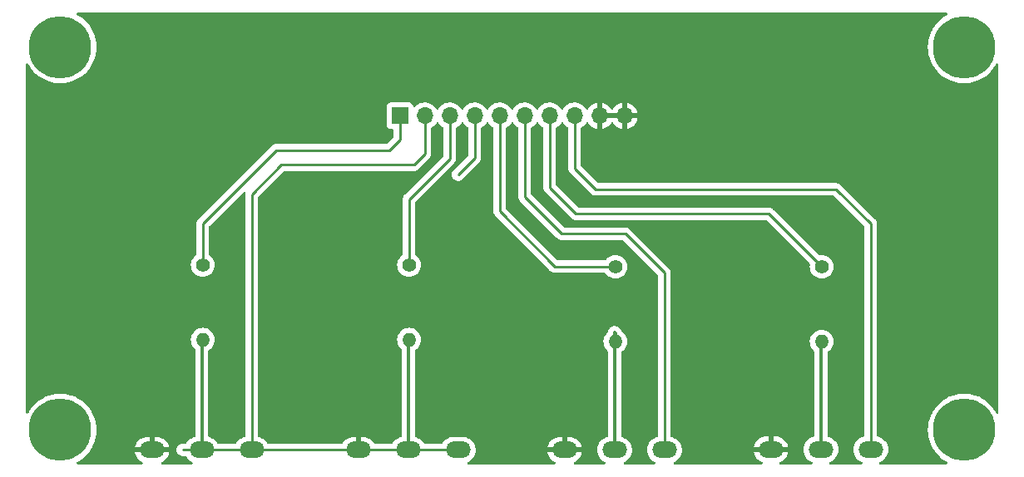
<source format=gtl>
%TF.GenerationSoftware,KiCad,Pcbnew,(6.0.1)*%
%TF.CreationDate,2022-10-03T06:33:07-04:00*%
%TF.ProjectId,MOD-VOL-POTS,4d4f442d-564f-44c2-9d50-4f54532e6b69,rev?*%
%TF.SameCoordinates,Original*%
%TF.FileFunction,Copper,L1,Top*%
%TF.FilePolarity,Positive*%
%FSLAX46Y46*%
G04 Gerber Fmt 4.6, Leading zero omitted, Abs format (unit mm)*
G04 Created by KiCad (PCBNEW (6.0.1)) date 2022-10-03 06:33:07*
%MOMM*%
%LPD*%
G01*
G04 APERTURE LIST*
%TA.AperFunction,ComponentPad*%
%ADD10C,6.350000*%
%TD*%
%TA.AperFunction,ComponentPad*%
%ADD11C,1.400000*%
%TD*%
%TA.AperFunction,ComponentPad*%
%ADD12O,1.400000X1.400000*%
%TD*%
%TA.AperFunction,ComponentPad*%
%ADD13O,2.540000X1.651000*%
%TD*%
%TA.AperFunction,ComponentPad*%
%ADD14R,1.700000X1.700000*%
%TD*%
%TA.AperFunction,ComponentPad*%
%ADD15O,1.700000X1.700000*%
%TD*%
%TA.AperFunction,Conductor*%
%ADD16C,0.250000*%
%TD*%
%TA.AperFunction,Conductor*%
%ADD17C,0.304800*%
%TD*%
G04 APERTURE END LIST*
D10*
%TO.P,MTG1,1*%
%TO.N,N/C*%
X94000000Y-83000000D03*
%TD*%
D11*
%TO.P,R2,1*%
%TO.N,/O_POT2*%
X129500000Y-66190000D03*
D12*
%TO.P,R2,2*%
%TO.N,Net-(R2-Pad2)*%
X129500000Y-73810000D03*
%TD*%
D13*
%TO.P,RV1,1,1*%
%TO.N,/I_POT1*%
X113500002Y-85039987D03*
%TO.P,RV1,2,2*%
%TO.N,Net-(R1-Pad2)*%
X108420002Y-85039987D03*
%TO.P,RV1,3,3*%
%TO.N,GND*%
X103340002Y-85039987D03*
%TD*%
D10*
%TO.P,MTG3,1*%
%TO.N,N/C*%
X94000000Y-44000000D03*
%TD*%
D14*
%TO.P,J1,1,Pin_1*%
%TO.N,/O_POT1*%
X128575000Y-51000000D03*
D15*
%TO.P,J1,2,Pin_2*%
%TO.N,/I_POT1*%
X131115000Y-51000000D03*
%TO.P,J1,3,Pin_3*%
%TO.N,/O_POT2*%
X133655000Y-51000000D03*
%TO.P,J1,4,Pin_4*%
%TO.N,/I_POT2*%
X136195000Y-51000000D03*
%TO.P,J1,5,Pin_5*%
%TO.N,/O_POT3*%
X138735000Y-51000000D03*
%TO.P,J1,6,Pin_6*%
%TO.N,/I_POT3*%
X141275000Y-51000000D03*
%TO.P,J1,7,Pin_7*%
%TO.N,/O_POT4*%
X143815000Y-51000000D03*
%TO.P,J1,8,Pin_8*%
%TO.N,/I_POT4*%
X146355000Y-51000000D03*
%TO.P,J1,9,Pin_9*%
%TO.N,GND*%
X148895000Y-51000000D03*
%TO.P,J1,10,Pin_10*%
X151435000Y-51000000D03*
%TD*%
D13*
%TO.P,RV4,1,1*%
%TO.N,/I_POT4*%
X176500003Y-85000008D03*
%TO.P,RV4,2,2*%
%TO.N,Net-(R4-Pad2)*%
X171420003Y-85000008D03*
%TO.P,RV4,3,3*%
%TO.N,GND*%
X166340003Y-85000008D03*
%TD*%
%TO.P,RV2,3,3*%
%TO.N,GND*%
X124340010Y-85039987D03*
%TO.P,RV2,2,2*%
%TO.N,Net-(R2-Pad2)*%
X129420010Y-85039987D03*
%TO.P,RV2,1,1*%
%TO.N,/I_POT2*%
X134500010Y-85039987D03*
%TD*%
D11*
%TO.P,R4,1*%
%TO.N,/O_POT4*%
X171500000Y-66380000D03*
D12*
%TO.P,R4,2*%
%TO.N,Net-(R4-Pad2)*%
X171500000Y-74000000D03*
%TD*%
D13*
%TO.P,RV3,1,1*%
%TO.N,/I_POT3*%
X155499994Y-85039987D03*
%TO.P,RV3,2,2*%
%TO.N,Net-(R3-Pad2)*%
X150419994Y-85039987D03*
%TO.P,RV3,3,3*%
%TO.N,GND*%
X145339994Y-85039987D03*
%TD*%
D12*
%TO.P,R3,2*%
%TO.N,Net-(R3-Pad2)*%
X150500000Y-74000000D03*
D11*
%TO.P,R3,1*%
%TO.N,/O_POT3*%
X150500000Y-66380000D03*
%TD*%
D10*
%TO.P,MTG2,1*%
%TO.N,N/C*%
X186000000Y-83000000D03*
%TD*%
%TO.P,MTG4,1*%
%TO.N,N/C*%
X186000000Y-44000000D03*
%TD*%
D11*
%TO.P,R1,1*%
%TO.N,/O_POT1*%
X108500000Y-66190000D03*
D12*
%TO.P,R1,2*%
%TO.N,Net-(R1-Pad2)*%
X108500000Y-73810000D03*
%TD*%
D16*
%TO.N,/I_POT4*%
X176500000Y-62000000D02*
X176500000Y-85000000D01*
X173000000Y-58500000D02*
X176500000Y-62000000D01*
X148500000Y-58500000D02*
X173000000Y-58500000D01*
X146355000Y-51000000D02*
X146355000Y-56355000D01*
X146355000Y-56355000D02*
X148500000Y-58500000D01*
%TO.N,/O_POT4*%
X166120000Y-61000000D02*
X171500000Y-66380000D01*
X146500000Y-61000000D02*
X166120000Y-61000000D01*
X143815000Y-58315000D02*
X146500000Y-61000000D01*
X143815000Y-51000000D02*
X143815000Y-58315000D01*
%TO.N,/I_POT3*%
X155500000Y-67000000D02*
X155500000Y-85040000D01*
X145000000Y-63000000D02*
X151500000Y-63000000D01*
X141275000Y-59275000D02*
X145000000Y-63000000D01*
X141275000Y-51000000D02*
X141275000Y-59275000D01*
X151500000Y-63000000D02*
X155500000Y-67000000D01*
%TO.N,/O_POT3*%
X144380000Y-66380000D02*
X150500000Y-66380000D01*
X138735000Y-60735000D02*
X144380000Y-66380000D01*
X138735000Y-51000000D02*
X138735000Y-60735000D01*
%TO.N,/I_POT2*%
X134500000Y-57000000D02*
X136195000Y-55305000D01*
X134500000Y-85040000D02*
X106460000Y-85040000D01*
X136195000Y-55305000D02*
X136195000Y-51000000D01*
%TO.N,/O_POT2*%
X129500000Y-59500000D02*
X133655000Y-55345000D01*
X129500000Y-66190000D02*
X129500000Y-59500000D01*
X133655000Y-55345000D02*
X133655000Y-51000000D01*
%TO.N,/I_POT1*%
X131115000Y-54885000D02*
X131115000Y-51000000D01*
X130000000Y-56000000D02*
X131115000Y-54885000D01*
X116500000Y-56000000D02*
X130000000Y-56000000D01*
X113500000Y-59000000D02*
X116500000Y-56000000D01*
X113500000Y-85040000D02*
X113500000Y-59000000D01*
%TO.N,/O_POT1*%
X127500000Y-54500000D02*
X128575000Y-53425000D01*
X116000000Y-54500000D02*
X127500000Y-54500000D01*
X108500000Y-62000000D02*
X116000000Y-54500000D01*
X108500000Y-66190000D02*
X108500000Y-62000000D01*
X128575000Y-53425000D02*
X128575000Y-51000000D01*
D17*
%TO.N,Net-(R1-Pad2)*%
X108420000Y-85040000D02*
X108420000Y-73890000D01*
%TO.N,Net-(R2-Pad2)*%
X129420000Y-85040000D02*
X129420000Y-73890000D01*
%TO.N,Net-(R3-Pad2)*%
X150420000Y-73080000D02*
X150500000Y-73160000D01*
X150500000Y-73160000D02*
X150500000Y-74000000D01*
X150420000Y-85040000D02*
X150420000Y-73080000D01*
%TO.N,Net-(R4-Pad2)*%
X171420000Y-85000000D02*
X171420000Y-74080000D01*
%TD*%
%TA.AperFunction,Conductor*%
%TO.N,GND*%
G36*
X140087026Y-51675144D02*
G01*
X140114875Y-51706994D01*
X140174987Y-51805088D01*
X140321250Y-51973938D01*
X140493126Y-52116632D01*
X140497593Y-52119242D01*
X140579070Y-52166853D01*
X140627794Y-52218491D01*
X140641500Y-52275641D01*
X140641500Y-59196233D01*
X140640973Y-59207416D01*
X140639298Y-59214909D01*
X140639547Y-59222835D01*
X140639547Y-59222836D01*
X140641438Y-59282986D01*
X140641500Y-59286945D01*
X140641500Y-59314856D01*
X140641997Y-59318790D01*
X140641997Y-59318791D01*
X140642005Y-59318856D01*
X140642938Y-59330693D01*
X140644327Y-59374889D01*
X140649978Y-59394339D01*
X140653987Y-59413700D01*
X140656526Y-59433797D01*
X140659445Y-59441168D01*
X140659445Y-59441170D01*
X140672804Y-59474912D01*
X140676649Y-59486142D01*
X140688982Y-59528593D01*
X140693015Y-59535412D01*
X140693017Y-59535417D01*
X140699293Y-59546028D01*
X140707988Y-59563776D01*
X140715448Y-59582617D01*
X140720110Y-59589033D01*
X140720110Y-59589034D01*
X140741436Y-59618387D01*
X140747952Y-59628307D01*
X140770458Y-59666362D01*
X140784779Y-59680683D01*
X140797619Y-59695716D01*
X140809528Y-59712107D01*
X140815634Y-59717158D01*
X140843605Y-59740298D01*
X140852384Y-59748288D01*
X144496343Y-63392247D01*
X144503887Y-63400537D01*
X144508000Y-63407018D01*
X144513777Y-63412443D01*
X144557667Y-63453658D01*
X144560509Y-63456413D01*
X144580231Y-63476135D01*
X144583355Y-63478558D01*
X144583359Y-63478562D01*
X144583424Y-63478612D01*
X144592445Y-63486317D01*
X144624679Y-63516586D01*
X144631627Y-63520405D01*
X144631629Y-63520407D01*
X144642432Y-63526346D01*
X144658959Y-63537202D01*
X144668698Y-63544757D01*
X144668700Y-63544758D01*
X144674960Y-63549614D01*
X144715540Y-63567174D01*
X144726188Y-63572391D01*
X144764940Y-63593695D01*
X144772616Y-63595666D01*
X144772619Y-63595667D01*
X144784562Y-63598733D01*
X144803267Y-63605137D01*
X144821855Y-63613181D01*
X144829678Y-63614420D01*
X144829688Y-63614423D01*
X144865524Y-63620099D01*
X144877144Y-63622505D01*
X144912289Y-63631528D01*
X144919970Y-63633500D01*
X144940224Y-63633500D01*
X144959934Y-63635051D01*
X144979943Y-63638220D01*
X144987835Y-63637474D01*
X145023961Y-63634059D01*
X145035819Y-63633500D01*
X151185406Y-63633500D01*
X151253527Y-63653502D01*
X151274501Y-63670405D01*
X154829595Y-67225499D01*
X154863621Y-67287811D01*
X154866500Y-67314594D01*
X154866500Y-83612885D01*
X154846498Y-83681006D01*
X154792842Y-83727499D01*
X154773111Y-83734592D01*
X154602806Y-83780225D01*
X154602804Y-83780226D01*
X154597496Y-83781648D01*
X154592516Y-83783970D01*
X154592514Y-83783971D01*
X154390933Y-83877970D01*
X154390928Y-83877973D01*
X154385946Y-83880296D01*
X154381439Y-83883452D01*
X154381437Y-83883453D01*
X154199251Y-84011021D01*
X154199248Y-84011023D01*
X154194740Y-84014180D01*
X154029687Y-84179233D01*
X154026530Y-84183741D01*
X154026528Y-84183744D01*
X153920129Y-84335698D01*
X153895803Y-84370439D01*
X153893480Y-84375421D01*
X153893477Y-84375426D01*
X153813241Y-84547492D01*
X153797155Y-84581989D01*
X153795733Y-84587297D01*
X153795732Y-84587299D01*
X153743265Y-84783111D01*
X153736742Y-84807455D01*
X153716398Y-85039987D01*
X153736742Y-85272519D01*
X153738166Y-85277832D01*
X153738166Y-85277834D01*
X153787778Y-85462988D01*
X153797155Y-85497985D01*
X153799477Y-85502965D01*
X153799478Y-85502967D01*
X153893477Y-85704548D01*
X153893480Y-85704553D01*
X153895803Y-85709535D01*
X153898959Y-85714042D01*
X153898960Y-85714044D01*
X154004197Y-85864337D01*
X154029687Y-85900741D01*
X154194740Y-86065794D01*
X154199248Y-86068951D01*
X154199251Y-86068953D01*
X154380523Y-86195881D01*
X154385946Y-86199678D01*
X154390928Y-86202001D01*
X154390933Y-86202004D01*
X154497732Y-86251805D01*
X154551017Y-86298723D01*
X154570478Y-86367000D01*
X154549936Y-86434960D01*
X154495913Y-86481025D01*
X154444482Y-86492000D01*
X151475506Y-86492000D01*
X151407385Y-86471998D01*
X151360892Y-86418342D01*
X151350788Y-86348068D01*
X151380282Y-86283488D01*
X151422256Y-86251805D01*
X151529055Y-86202004D01*
X151529060Y-86202001D01*
X151534042Y-86199678D01*
X151539465Y-86195881D01*
X151720737Y-86068953D01*
X151720740Y-86068951D01*
X151725248Y-86065794D01*
X151890301Y-85900741D01*
X151915792Y-85864337D01*
X152021028Y-85714044D01*
X152021029Y-85714042D01*
X152024185Y-85709535D01*
X152026508Y-85704553D01*
X152026511Y-85704548D01*
X152120510Y-85502967D01*
X152120511Y-85502965D01*
X152122833Y-85497985D01*
X152132211Y-85462988D01*
X152181822Y-85277834D01*
X152181822Y-85277832D01*
X152183246Y-85272519D01*
X152203590Y-85039987D01*
X152183246Y-84807455D01*
X152176723Y-84783111D01*
X152124256Y-84587299D01*
X152124255Y-84587297D01*
X152122833Y-84581989D01*
X152106747Y-84547492D01*
X152026511Y-84375426D01*
X152026508Y-84375421D01*
X152024185Y-84370439D01*
X151999859Y-84335698D01*
X151893460Y-84183744D01*
X151893458Y-84183741D01*
X151890301Y-84179233D01*
X151725248Y-84014180D01*
X151720740Y-84011023D01*
X151720737Y-84011021D01*
X151538551Y-83883453D01*
X151538549Y-83883452D01*
X151534042Y-83880296D01*
X151529060Y-83877973D01*
X151529055Y-83877970D01*
X151327474Y-83783971D01*
X151327472Y-83783970D01*
X151322492Y-83781648D01*
X151317184Y-83780226D01*
X151317182Y-83780225D01*
X151174289Y-83741937D01*
X151113666Y-83704985D01*
X151082645Y-83641124D01*
X151080900Y-83620230D01*
X151080900Y-75134146D01*
X151100902Y-75066025D01*
X151134630Y-75030933D01*
X151275264Y-74932460D01*
X151279776Y-74929301D01*
X151429301Y-74779776D01*
X151550589Y-74606558D01*
X151556599Y-74593671D01*
X151637633Y-74419892D01*
X151637634Y-74419891D01*
X151639956Y-74414910D01*
X151689532Y-74229892D01*
X151693262Y-74215970D01*
X151693262Y-74215968D01*
X151694686Y-74210655D01*
X151713116Y-74000000D01*
X151694686Y-73789345D01*
X151643776Y-73599345D01*
X151641379Y-73590400D01*
X151641378Y-73590398D01*
X151639956Y-73585090D01*
X151550589Y-73393442D01*
X151429301Y-73220224D01*
X151279776Y-73070699D01*
X151168401Y-72992714D01*
X151125299Y-72940148D01*
X151113468Y-72913196D01*
X151110985Y-72907111D01*
X151092679Y-72858664D01*
X151092678Y-72858662D01*
X151089994Y-72851559D01*
X151085694Y-72845302D01*
X151082360Y-72838925D01*
X151079760Y-72834255D01*
X151076095Y-72828058D01*
X151073042Y-72821103D01*
X151064598Y-72810098D01*
X151036894Y-72773995D01*
X151033016Y-72768657D01*
X151003691Y-72725988D01*
X151003689Y-72725986D01*
X150999389Y-72719729D01*
X150992478Y-72713571D01*
X150956177Y-72681229D01*
X150950900Y-72676247D01*
X150938583Y-72663930D01*
X150923837Y-72646201D01*
X150923690Y-72645987D01*
X150923689Y-72645986D01*
X150919389Y-72639729D01*
X150893585Y-72616738D01*
X150876173Y-72601225D01*
X150870897Y-72596244D01*
X150858963Y-72584310D01*
X150855971Y-72581964D01*
X150855962Y-72581956D01*
X150847279Y-72575148D01*
X150841221Y-72570084D01*
X150799955Y-72533317D01*
X150791341Y-72528756D01*
X150772553Y-72516554D01*
X150770858Y-72515225D01*
X150770857Y-72515225D01*
X150764879Y-72510537D01*
X150714486Y-72487784D01*
X150707437Y-72484331D01*
X150658585Y-72458465D01*
X150651223Y-72456616D01*
X150651216Y-72456613D01*
X150649122Y-72456087D01*
X150627980Y-72448725D01*
X150626012Y-72447837D01*
X150626011Y-72447837D01*
X150619088Y-72444711D01*
X150611622Y-72443327D01*
X150611621Y-72443327D01*
X150564770Y-72434644D01*
X150557035Y-72432958D01*
X150524430Y-72424768D01*
X150503441Y-72419496D01*
X150495844Y-72419456D01*
X150495842Y-72419456D01*
X150494299Y-72419448D01*
X150493692Y-72419445D01*
X150471394Y-72417338D01*
X150461803Y-72415560D01*
X150454222Y-72415997D01*
X150454221Y-72415997D01*
X150406642Y-72418740D01*
X150398731Y-72418947D01*
X150372849Y-72418812D01*
X150343480Y-72418658D01*
X150336094Y-72420431D01*
X150336089Y-72420432D01*
X150333994Y-72420935D01*
X150311838Y-72424207D01*
X150311351Y-72424235D01*
X150302106Y-72424768D01*
X150272354Y-72433921D01*
X150249300Y-72441013D01*
X150241665Y-72443102D01*
X150222629Y-72447672D01*
X150187937Y-72456001D01*
X150181190Y-72459483D01*
X150181188Y-72459484D01*
X150179274Y-72460472D01*
X150158541Y-72468933D01*
X150149213Y-72471803D01*
X150142697Y-72475703D01*
X150142692Y-72475705D01*
X150101794Y-72500182D01*
X150094878Y-72504031D01*
X150052542Y-72525882D01*
X150052533Y-72525888D01*
X150045791Y-72529368D01*
X150038438Y-72535782D01*
X150020327Y-72548940D01*
X150011955Y-72553951D01*
X149972673Y-72592824D01*
X149966885Y-72598202D01*
X149963420Y-72601225D01*
X149925248Y-72634524D01*
X149920880Y-72640739D01*
X149920879Y-72640740D01*
X149919640Y-72642503D01*
X149905184Y-72659609D01*
X149898253Y-72666468D01*
X149869381Y-72713583D01*
X149865043Y-72720186D01*
X149837640Y-72759176D01*
X149837636Y-72759183D01*
X149833269Y-72765397D01*
X149830509Y-72772477D01*
X149830507Y-72772480D01*
X149829724Y-72774488D01*
X149819769Y-72794542D01*
X149818646Y-72796375D01*
X149814673Y-72802859D01*
X149808851Y-72821103D01*
X149797874Y-72855496D01*
X149795233Y-72862953D01*
X149775162Y-72914434D01*
X149774171Y-72921962D01*
X149774170Y-72921965D01*
X149773888Y-72924110D01*
X149769003Y-72945963D01*
X149766039Y-72955250D01*
X149765523Y-72962824D01*
X149765522Y-72962827D01*
X149764072Y-72984103D01*
X149739483Y-73050705D01*
X149721429Y-73069855D01*
X149720224Y-73070699D01*
X149570699Y-73220224D01*
X149449411Y-73393442D01*
X149360044Y-73585090D01*
X149358622Y-73590398D01*
X149358621Y-73590400D01*
X149356224Y-73599345D01*
X149305314Y-73789345D01*
X149286884Y-74000000D01*
X149305314Y-74210655D01*
X149306738Y-74215968D01*
X149306738Y-74215970D01*
X149310469Y-74229892D01*
X149360044Y-74414910D01*
X149362366Y-74419891D01*
X149362367Y-74419892D01*
X149443402Y-74593671D01*
X149449411Y-74606558D01*
X149570699Y-74779776D01*
X149720224Y-74929301D01*
X149718848Y-74930677D01*
X149753419Y-74982643D01*
X149759100Y-75020050D01*
X149759100Y-83620227D01*
X149739098Y-83688348D01*
X149685442Y-83734841D01*
X149665711Y-83741934D01*
X149522806Y-83780225D01*
X149522804Y-83780226D01*
X149517496Y-83781648D01*
X149512516Y-83783970D01*
X149512514Y-83783971D01*
X149310933Y-83877970D01*
X149310928Y-83877973D01*
X149305946Y-83880296D01*
X149301439Y-83883452D01*
X149301437Y-83883453D01*
X149119251Y-84011021D01*
X149119248Y-84011023D01*
X149114740Y-84014180D01*
X148949687Y-84179233D01*
X148946530Y-84183741D01*
X148946528Y-84183744D01*
X148840129Y-84335698D01*
X148815803Y-84370439D01*
X148813480Y-84375421D01*
X148813477Y-84375426D01*
X148733241Y-84547492D01*
X148717155Y-84581989D01*
X148715733Y-84587297D01*
X148715732Y-84587299D01*
X148663265Y-84783111D01*
X148656742Y-84807455D01*
X148636398Y-85039987D01*
X148656742Y-85272519D01*
X148658166Y-85277832D01*
X148658166Y-85277834D01*
X148707778Y-85462988D01*
X148717155Y-85497985D01*
X148719477Y-85502965D01*
X148719478Y-85502967D01*
X148813477Y-85704548D01*
X148813480Y-85704553D01*
X148815803Y-85709535D01*
X148818959Y-85714042D01*
X148818960Y-85714044D01*
X148924197Y-85864337D01*
X148949687Y-85900741D01*
X149114740Y-86065794D01*
X149119248Y-86068951D01*
X149119251Y-86068953D01*
X149300523Y-86195881D01*
X149305946Y-86199678D01*
X149310928Y-86202001D01*
X149310933Y-86202004D01*
X149417732Y-86251805D01*
X149471017Y-86298723D01*
X149490478Y-86367000D01*
X149469936Y-86434960D01*
X149415913Y-86481025D01*
X149364482Y-86492000D01*
X146394322Y-86492000D01*
X146326201Y-86471998D01*
X146279708Y-86418342D01*
X146269604Y-86348068D01*
X146299098Y-86283488D01*
X146341072Y-86251805D01*
X146448804Y-86201569D01*
X146458300Y-86196086D01*
X146640415Y-86068568D01*
X146648823Y-86061512D01*
X146806019Y-85904316D01*
X146813075Y-85895908D01*
X146940593Y-85713793D01*
X146946076Y-85704297D01*
X147040038Y-85502795D01*
X147043784Y-85492503D01*
X147092288Y-85311484D01*
X147091952Y-85297388D01*
X147084010Y-85293987D01*
X143601127Y-85293987D01*
X143587596Y-85297960D01*
X143586367Y-85306509D01*
X143636204Y-85492503D01*
X143639950Y-85502795D01*
X143733912Y-85704297D01*
X143739395Y-85713793D01*
X143866913Y-85895908D01*
X143873969Y-85904316D01*
X144031165Y-86061512D01*
X144039573Y-86068568D01*
X144221688Y-86196086D01*
X144231184Y-86201569D01*
X144338916Y-86251805D01*
X144392201Y-86298723D01*
X144411662Y-86367000D01*
X144391120Y-86434960D01*
X144337097Y-86481025D01*
X144285666Y-86492000D01*
X135555522Y-86492000D01*
X135487401Y-86471998D01*
X135440908Y-86418342D01*
X135430804Y-86348068D01*
X135460298Y-86283488D01*
X135502272Y-86251805D01*
X135609071Y-86202004D01*
X135609076Y-86202001D01*
X135614058Y-86199678D01*
X135619481Y-86195881D01*
X135800753Y-86068953D01*
X135800756Y-86068951D01*
X135805264Y-86065794D01*
X135970317Y-85900741D01*
X135995808Y-85864337D01*
X136101044Y-85714044D01*
X136101045Y-85714042D01*
X136104201Y-85709535D01*
X136106524Y-85704553D01*
X136106527Y-85704548D01*
X136200526Y-85502967D01*
X136200527Y-85502965D01*
X136202849Y-85497985D01*
X136212227Y-85462988D01*
X136261838Y-85277834D01*
X136261838Y-85277832D01*
X136263262Y-85272519D01*
X136283606Y-85039987D01*
X136263262Y-84807455D01*
X136256739Y-84783111D01*
X136252821Y-84768490D01*
X143587700Y-84768490D01*
X143588036Y-84782586D01*
X143595978Y-84785987D01*
X145067879Y-84785987D01*
X145083118Y-84781512D01*
X145084323Y-84780122D01*
X145085994Y-84772439D01*
X145085994Y-84767872D01*
X145593994Y-84767872D01*
X145598469Y-84783111D01*
X145599859Y-84784316D01*
X145607542Y-84785987D01*
X147078861Y-84785987D01*
X147092392Y-84782014D01*
X147093621Y-84773465D01*
X147043784Y-84587471D01*
X147040038Y-84577179D01*
X146946076Y-84375677D01*
X146940593Y-84366181D01*
X146813075Y-84184066D01*
X146806019Y-84175658D01*
X146648823Y-84018462D01*
X146640415Y-84011406D01*
X146458300Y-83883888D01*
X146448804Y-83878405D01*
X146247302Y-83784443D01*
X146237010Y-83780697D01*
X146022251Y-83723153D01*
X146011458Y-83721250D01*
X145845444Y-83706725D01*
X145839979Y-83706487D01*
X145612109Y-83706487D01*
X145596870Y-83710962D01*
X145595665Y-83712352D01*
X145593994Y-83720035D01*
X145593994Y-84767872D01*
X145085994Y-84767872D01*
X145085994Y-83724602D01*
X145081519Y-83709363D01*
X145080129Y-83708158D01*
X145072446Y-83706487D01*
X144840009Y-83706487D01*
X144834544Y-83706725D01*
X144668530Y-83721250D01*
X144657737Y-83723153D01*
X144442978Y-83780697D01*
X144432686Y-83784443D01*
X144231184Y-83878405D01*
X144221688Y-83883888D01*
X144039573Y-84011406D01*
X144031165Y-84018462D01*
X143873969Y-84175658D01*
X143866913Y-84184066D01*
X143739395Y-84366181D01*
X143733912Y-84375677D01*
X143639950Y-84577179D01*
X143636204Y-84587471D01*
X143587700Y-84768490D01*
X136252821Y-84768490D01*
X136204272Y-84587299D01*
X136204271Y-84587297D01*
X136202849Y-84581989D01*
X136186763Y-84547492D01*
X136106527Y-84375426D01*
X136106524Y-84375421D01*
X136104201Y-84370439D01*
X136079875Y-84335698D01*
X135973476Y-84183744D01*
X135973474Y-84183741D01*
X135970317Y-84179233D01*
X135805264Y-84014180D01*
X135800756Y-84011023D01*
X135800753Y-84011021D01*
X135618567Y-83883453D01*
X135618565Y-83883452D01*
X135614058Y-83880296D01*
X135609076Y-83877973D01*
X135609071Y-83877970D01*
X135407490Y-83783971D01*
X135407488Y-83783970D01*
X135402508Y-83781648D01*
X135397200Y-83780226D01*
X135397198Y-83780225D01*
X135182357Y-83722659D01*
X135182355Y-83722659D01*
X135177042Y-83721235D01*
X135075459Y-83712348D01*
X135005481Y-83706225D01*
X135005474Y-83706225D01*
X135002757Y-83705987D01*
X133997263Y-83705987D01*
X133994546Y-83706225D01*
X133994539Y-83706225D01*
X133924561Y-83712348D01*
X133822978Y-83721235D01*
X133817665Y-83722659D01*
X133817663Y-83722659D01*
X133602822Y-83780225D01*
X133602820Y-83780226D01*
X133597512Y-83781648D01*
X133592532Y-83783970D01*
X133592530Y-83783971D01*
X133390949Y-83877970D01*
X133390944Y-83877973D01*
X133385962Y-83880296D01*
X133381455Y-83883452D01*
X133381453Y-83883453D01*
X133199267Y-84011021D01*
X133199264Y-84011023D01*
X133194756Y-84014180D01*
X133029703Y-84179233D01*
X133026546Y-84183741D01*
X133026544Y-84183744D01*
X132908190Y-84352771D01*
X132852733Y-84397099D01*
X132804977Y-84406500D01*
X131115043Y-84406500D01*
X131046922Y-84386498D01*
X131011830Y-84352771D01*
X130893476Y-84183744D01*
X130893474Y-84183741D01*
X130890317Y-84179233D01*
X130725264Y-84014180D01*
X130720756Y-84011023D01*
X130720753Y-84011021D01*
X130538567Y-83883453D01*
X130538565Y-83883452D01*
X130534058Y-83880296D01*
X130529076Y-83877973D01*
X130529071Y-83877970D01*
X130327490Y-83783971D01*
X130327488Y-83783970D01*
X130322508Y-83781648D01*
X130317200Y-83780226D01*
X130317198Y-83780225D01*
X130174289Y-83741933D01*
X130113666Y-83704981D01*
X130082645Y-83641121D01*
X130080900Y-83620226D01*
X130080900Y-74944146D01*
X130100902Y-74876025D01*
X130134630Y-74840933D01*
X130275264Y-74742460D01*
X130279776Y-74739301D01*
X130429301Y-74589776D01*
X130550589Y-74416558D01*
X130639956Y-74224910D01*
X130642352Y-74215970D01*
X130693262Y-74025970D01*
X130693262Y-74025968D01*
X130694686Y-74020655D01*
X130713116Y-73810000D01*
X130694686Y-73599345D01*
X130692289Y-73590400D01*
X130641379Y-73400400D01*
X130641378Y-73400398D01*
X130639956Y-73395090D01*
X130558415Y-73220224D01*
X130552912Y-73208423D01*
X130552910Y-73208420D01*
X130550589Y-73203442D01*
X130429301Y-73030224D01*
X130279776Y-72880699D01*
X130106558Y-72759411D01*
X130101580Y-72757090D01*
X130101577Y-72757088D01*
X129919892Y-72672367D01*
X129919891Y-72672366D01*
X129914910Y-72670044D01*
X129909602Y-72668622D01*
X129909600Y-72668621D01*
X129715970Y-72616738D01*
X129715968Y-72616738D01*
X129710655Y-72615314D01*
X129500000Y-72596884D01*
X129289345Y-72615314D01*
X129284032Y-72616738D01*
X129284030Y-72616738D01*
X129090400Y-72668621D01*
X129090398Y-72668622D01*
X129085090Y-72670044D01*
X129080109Y-72672366D01*
X129080108Y-72672367D01*
X128898423Y-72757088D01*
X128898420Y-72757090D01*
X128893442Y-72759411D01*
X128720224Y-72880699D01*
X128570699Y-73030224D01*
X128449411Y-73203442D01*
X128447090Y-73208420D01*
X128447088Y-73208423D01*
X128441585Y-73220224D01*
X128360044Y-73395090D01*
X128358622Y-73400398D01*
X128358621Y-73400400D01*
X128307711Y-73590400D01*
X128305314Y-73599345D01*
X128286884Y-73810000D01*
X128305314Y-74020655D01*
X128306738Y-74025968D01*
X128306738Y-74025970D01*
X128357649Y-74215970D01*
X128360044Y-74224910D01*
X128449411Y-74416558D01*
X128570699Y-74589776D01*
X128720224Y-74739301D01*
X128718848Y-74740677D01*
X128753419Y-74792643D01*
X128759100Y-74830050D01*
X128759100Y-83620231D01*
X128739098Y-83688352D01*
X128685442Y-83734845D01*
X128665711Y-83741938D01*
X128522822Y-83780225D01*
X128522820Y-83780226D01*
X128517512Y-83781648D01*
X128512532Y-83783970D01*
X128512530Y-83783971D01*
X128310949Y-83877970D01*
X128310944Y-83877973D01*
X128305962Y-83880296D01*
X128301455Y-83883452D01*
X128301453Y-83883453D01*
X128119267Y-84011021D01*
X128119264Y-84011023D01*
X128114756Y-84014180D01*
X127949703Y-84179233D01*
X127946546Y-84183741D01*
X127946544Y-84183744D01*
X127828190Y-84352771D01*
X127772733Y-84397099D01*
X127724977Y-84406500D01*
X126034432Y-84406500D01*
X125966311Y-84386498D01*
X125931219Y-84352771D01*
X125813091Y-84184066D01*
X125806035Y-84175658D01*
X125648839Y-84018462D01*
X125640431Y-84011406D01*
X125458316Y-83883888D01*
X125448820Y-83878405D01*
X125247318Y-83784443D01*
X125237026Y-83780697D01*
X125022267Y-83723153D01*
X125011474Y-83721250D01*
X124845460Y-83706725D01*
X124839995Y-83706487D01*
X124612125Y-83706487D01*
X124596886Y-83710962D01*
X124595681Y-83712352D01*
X124594010Y-83720035D01*
X124594010Y-84280500D01*
X124574008Y-84348621D01*
X124520352Y-84395114D01*
X124468010Y-84406500D01*
X124212010Y-84406500D01*
X124143889Y-84386498D01*
X124097396Y-84332842D01*
X124086010Y-84280500D01*
X124086010Y-83724602D01*
X124081535Y-83709363D01*
X124080145Y-83708158D01*
X124072462Y-83706487D01*
X123840025Y-83706487D01*
X123834560Y-83706725D01*
X123668546Y-83721250D01*
X123657753Y-83723153D01*
X123442994Y-83780697D01*
X123432702Y-83784443D01*
X123231200Y-83878405D01*
X123221704Y-83883888D01*
X123039589Y-84011406D01*
X123031181Y-84018462D01*
X122873985Y-84175658D01*
X122866929Y-84184066D01*
X122748801Y-84352771D01*
X122693344Y-84397099D01*
X122645588Y-84406500D01*
X115195035Y-84406500D01*
X115126914Y-84386498D01*
X115091822Y-84352771D01*
X114973468Y-84183744D01*
X114973466Y-84183741D01*
X114970309Y-84179233D01*
X114805256Y-84014180D01*
X114800748Y-84011023D01*
X114800745Y-84011021D01*
X114618559Y-83883453D01*
X114618557Y-83883452D01*
X114614050Y-83880296D01*
X114609068Y-83877973D01*
X114609063Y-83877970D01*
X114407482Y-83783971D01*
X114407480Y-83783970D01*
X114402500Y-83781648D01*
X114397192Y-83780226D01*
X114397190Y-83780225D01*
X114347437Y-83766894D01*
X114226888Y-83734593D01*
X114166266Y-83697643D01*
X114135245Y-83633782D01*
X114133500Y-83612887D01*
X114133500Y-59314594D01*
X114153502Y-59246473D01*
X114170405Y-59225499D01*
X116725499Y-56670405D01*
X116787811Y-56636379D01*
X116814594Y-56633500D01*
X129921233Y-56633500D01*
X129932416Y-56634027D01*
X129939909Y-56635702D01*
X129947835Y-56635453D01*
X129947836Y-56635453D01*
X130007986Y-56633562D01*
X130011945Y-56633500D01*
X130039856Y-56633500D01*
X130043791Y-56633003D01*
X130043856Y-56632995D01*
X130055693Y-56632062D01*
X130087951Y-56631048D01*
X130091970Y-56630922D01*
X130099889Y-56630673D01*
X130119343Y-56625021D01*
X130138700Y-56621013D01*
X130150930Y-56619468D01*
X130150931Y-56619468D01*
X130158797Y-56618474D01*
X130166168Y-56615555D01*
X130166170Y-56615555D01*
X130199912Y-56602196D01*
X130211142Y-56598351D01*
X130245983Y-56588229D01*
X130245984Y-56588229D01*
X130253593Y-56586018D01*
X130260412Y-56581985D01*
X130260417Y-56581983D01*
X130271028Y-56575707D01*
X130288776Y-56567012D01*
X130307617Y-56559552D01*
X130343387Y-56533564D01*
X130353307Y-56527048D01*
X130384535Y-56508580D01*
X130384538Y-56508578D01*
X130391362Y-56504542D01*
X130405683Y-56490221D01*
X130420717Y-56477380D01*
X130437107Y-56465472D01*
X130465298Y-56431395D01*
X130473288Y-56422616D01*
X131507253Y-55388652D01*
X131515539Y-55381112D01*
X131522018Y-55377000D01*
X131568644Y-55327348D01*
X131571398Y-55324507D01*
X131591135Y-55304770D01*
X131593615Y-55301573D01*
X131601320Y-55292551D01*
X131631586Y-55260321D01*
X131635405Y-55253375D01*
X131635407Y-55253372D01*
X131641348Y-55242566D01*
X131652199Y-55226047D01*
X131659758Y-55216301D01*
X131664614Y-55210041D01*
X131667759Y-55202772D01*
X131667762Y-55202768D01*
X131682174Y-55169463D01*
X131687391Y-55158813D01*
X131708695Y-55120060D01*
X131713733Y-55100437D01*
X131720137Y-55081734D01*
X131725033Y-55070420D01*
X131725033Y-55070419D01*
X131728181Y-55063145D01*
X131729420Y-55055322D01*
X131729423Y-55055312D01*
X131735099Y-55019476D01*
X131737505Y-55007856D01*
X131746528Y-54972711D01*
X131746528Y-54972710D01*
X131748500Y-54965030D01*
X131748500Y-54944776D01*
X131750051Y-54925065D01*
X131751980Y-54912886D01*
X131753220Y-54905057D01*
X131749059Y-54861038D01*
X131748500Y-54849181D01*
X131748500Y-52280427D01*
X131768502Y-52212306D01*
X131809618Y-52172550D01*
X131812994Y-52170896D01*
X131994860Y-52041173D01*
X132153096Y-51883489D01*
X132283453Y-51702077D01*
X132284776Y-51703028D01*
X132331645Y-51659857D01*
X132401580Y-51647625D01*
X132467026Y-51675144D01*
X132494875Y-51706994D01*
X132554987Y-51805088D01*
X132701250Y-51973938D01*
X132873126Y-52116632D01*
X132877593Y-52119242D01*
X132959070Y-52166853D01*
X133007794Y-52218491D01*
X133021500Y-52275641D01*
X133021500Y-55030405D01*
X133001498Y-55098526D01*
X132984595Y-55119500D01*
X129107747Y-58996348D01*
X129099461Y-59003888D01*
X129092982Y-59008000D01*
X129087557Y-59013777D01*
X129046357Y-59057651D01*
X129043602Y-59060493D01*
X129023865Y-59080230D01*
X129021385Y-59083427D01*
X129013682Y-59092447D01*
X128983414Y-59124679D01*
X128979595Y-59131625D01*
X128979593Y-59131628D01*
X128973652Y-59142434D01*
X128962801Y-59158953D01*
X128950386Y-59174959D01*
X128947241Y-59182228D01*
X128947238Y-59182232D01*
X128932826Y-59215537D01*
X128927609Y-59226187D01*
X128906305Y-59264940D01*
X128904334Y-59272615D01*
X128904334Y-59272616D01*
X128901267Y-59284562D01*
X128894863Y-59303266D01*
X128886819Y-59321855D01*
X128885580Y-59329678D01*
X128885577Y-59329688D01*
X128879901Y-59365524D01*
X128877495Y-59377144D01*
X128870636Y-59403861D01*
X128866500Y-59419970D01*
X128866500Y-59440224D01*
X128864949Y-59459934D01*
X128861780Y-59479943D01*
X128862526Y-59487835D01*
X128865941Y-59523961D01*
X128866500Y-59535819D01*
X128866500Y-65092685D01*
X128846498Y-65160806D01*
X128812770Y-65195898D01*
X128720224Y-65260699D01*
X128570699Y-65410224D01*
X128449411Y-65583442D01*
X128447090Y-65588420D01*
X128447088Y-65588423D01*
X128373376Y-65746500D01*
X128360044Y-65775090D01*
X128358622Y-65780398D01*
X128358621Y-65780400D01*
X128307711Y-65970400D01*
X128305314Y-65979345D01*
X128286884Y-66190000D01*
X128305314Y-66400655D01*
X128306738Y-66405968D01*
X128306738Y-66405970D01*
X128357649Y-66595970D01*
X128360044Y-66604910D01*
X128362366Y-66609891D01*
X128362367Y-66609892D01*
X128438075Y-66772247D01*
X128449411Y-66796558D01*
X128570699Y-66969776D01*
X128720224Y-67119301D01*
X128893442Y-67240589D01*
X128898420Y-67242910D01*
X128898423Y-67242912D01*
X129052146Y-67314594D01*
X129085090Y-67329956D01*
X129090398Y-67331378D01*
X129090400Y-67331379D01*
X129284030Y-67383262D01*
X129284032Y-67383262D01*
X129289345Y-67384686D01*
X129500000Y-67403116D01*
X129710655Y-67384686D01*
X129715968Y-67383262D01*
X129715970Y-67383262D01*
X129909600Y-67331379D01*
X129909602Y-67331378D01*
X129914910Y-67329956D01*
X129947854Y-67314594D01*
X130101577Y-67242912D01*
X130101580Y-67242910D01*
X130106558Y-67240589D01*
X130279776Y-67119301D01*
X130429301Y-66969776D01*
X130550589Y-66796558D01*
X130561926Y-66772247D01*
X130637633Y-66609892D01*
X130637634Y-66609891D01*
X130639956Y-66604910D01*
X130642352Y-66595970D01*
X130693262Y-66405970D01*
X130693262Y-66405968D01*
X130694686Y-66400655D01*
X130713116Y-66190000D01*
X130694686Y-65979345D01*
X130692289Y-65970400D01*
X130641379Y-65780400D01*
X130641378Y-65780398D01*
X130639956Y-65775090D01*
X130626624Y-65746500D01*
X130552912Y-65588423D01*
X130552910Y-65588420D01*
X130550589Y-65583442D01*
X130429301Y-65410224D01*
X130279776Y-65260699D01*
X130187230Y-65195898D01*
X130142901Y-65140441D01*
X130133500Y-65092685D01*
X130133500Y-59814594D01*
X130153502Y-59746473D01*
X130170405Y-59725499D01*
X134047247Y-55848657D01*
X134055537Y-55841113D01*
X134062018Y-55837000D01*
X134108659Y-55787332D01*
X134111413Y-55784491D01*
X134131134Y-55764770D01*
X134133612Y-55761575D01*
X134141318Y-55752553D01*
X134166158Y-55726101D01*
X134171586Y-55720321D01*
X134181346Y-55702568D01*
X134192199Y-55686045D01*
X134199753Y-55676306D01*
X134204613Y-55670041D01*
X134222176Y-55629457D01*
X134227383Y-55618827D01*
X134248695Y-55580060D01*
X134250666Y-55572383D01*
X134250668Y-55572378D01*
X134253732Y-55560442D01*
X134260138Y-55541730D01*
X134265034Y-55530417D01*
X134268181Y-55523145D01*
X134272567Y-55495458D01*
X134275097Y-55479481D01*
X134277504Y-55467860D01*
X134286528Y-55432711D01*
X134286528Y-55432710D01*
X134288500Y-55425030D01*
X134288500Y-55404769D01*
X134290051Y-55385058D01*
X134290056Y-55385030D01*
X134293219Y-55365057D01*
X134289059Y-55321046D01*
X134288500Y-55309189D01*
X134288500Y-52280427D01*
X134308502Y-52212306D01*
X134349618Y-52172550D01*
X134352994Y-52170896D01*
X134534860Y-52041173D01*
X134693096Y-51883489D01*
X134823453Y-51702077D01*
X134824776Y-51703028D01*
X134871645Y-51659857D01*
X134941580Y-51647625D01*
X135007026Y-51675144D01*
X135034875Y-51706994D01*
X135094987Y-51805088D01*
X135241250Y-51973938D01*
X135413126Y-52116632D01*
X135417593Y-52119242D01*
X135499070Y-52166853D01*
X135547794Y-52218491D01*
X135561500Y-52275641D01*
X135561500Y-54990406D01*
X135541498Y-55058527D01*
X135524595Y-55079501D01*
X134023865Y-56580230D01*
X133950386Y-56674959D01*
X133886819Y-56821855D01*
X133861780Y-56979943D01*
X133876843Y-57139292D01*
X133931061Y-57289889D01*
X134021028Y-57422271D01*
X134141090Y-57528120D01*
X134148149Y-57531717D01*
X134148151Y-57531718D01*
X134220199Y-57568428D01*
X134283704Y-57600785D01*
X134291443Y-57602515D01*
X134291446Y-57602516D01*
X134432168Y-57633972D01*
X134432171Y-57633972D01*
X134439909Y-57635702D01*
X134447835Y-57635453D01*
X134447836Y-57635453D01*
X134534493Y-57632729D01*
X134599889Y-57630673D01*
X134607501Y-57628461D01*
X134607504Y-57628461D01*
X134745980Y-57588230D01*
X134745982Y-57588229D01*
X134753593Y-57586018D01*
X134860358Y-57522878D01*
X134884541Y-57508576D01*
X134891362Y-57504542D01*
X136587253Y-55808652D01*
X136595539Y-55801112D01*
X136602018Y-55797000D01*
X136648644Y-55747348D01*
X136651398Y-55744507D01*
X136671135Y-55724770D01*
X136673615Y-55721573D01*
X136681320Y-55712551D01*
X136706159Y-55686100D01*
X136711586Y-55680321D01*
X136715405Y-55673375D01*
X136715407Y-55673372D01*
X136721348Y-55662566D01*
X136732199Y-55646047D01*
X136739758Y-55636301D01*
X136744614Y-55630041D01*
X136747759Y-55622772D01*
X136747762Y-55622768D01*
X136762174Y-55589463D01*
X136767391Y-55578813D01*
X136788695Y-55540060D01*
X136793733Y-55520437D01*
X136800137Y-55501734D01*
X136805033Y-55490420D01*
X136805033Y-55490419D01*
X136808181Y-55483145D01*
X136809420Y-55475322D01*
X136809423Y-55475312D01*
X136815099Y-55439476D01*
X136817505Y-55427856D01*
X136826528Y-55392711D01*
X136826528Y-55392710D01*
X136828500Y-55385030D01*
X136828500Y-55364776D01*
X136830051Y-55345065D01*
X136831980Y-55332886D01*
X136833220Y-55325057D01*
X136829059Y-55281038D01*
X136828500Y-55269181D01*
X136828500Y-52280427D01*
X136848502Y-52212306D01*
X136889618Y-52172550D01*
X136892994Y-52170896D01*
X137074860Y-52041173D01*
X137233096Y-51883489D01*
X137363453Y-51702077D01*
X137364776Y-51703028D01*
X137411645Y-51659857D01*
X137481580Y-51647625D01*
X137547026Y-51675144D01*
X137574875Y-51706994D01*
X137634987Y-51805088D01*
X137781250Y-51973938D01*
X137953126Y-52116632D01*
X137957593Y-52119242D01*
X138039070Y-52166853D01*
X138087794Y-52218491D01*
X138101500Y-52275641D01*
X138101500Y-60656233D01*
X138100973Y-60667416D01*
X138099298Y-60674909D01*
X138099547Y-60682835D01*
X138099547Y-60682836D01*
X138101438Y-60742986D01*
X138101500Y-60746945D01*
X138101500Y-60774856D01*
X138101997Y-60778790D01*
X138101997Y-60778791D01*
X138102005Y-60778856D01*
X138102938Y-60790693D01*
X138104327Y-60834889D01*
X138109978Y-60854339D01*
X138113987Y-60873700D01*
X138116526Y-60893797D01*
X138119445Y-60901168D01*
X138119445Y-60901170D01*
X138132804Y-60934912D01*
X138136649Y-60946142D01*
X138148982Y-60988593D01*
X138153015Y-60995412D01*
X138153017Y-60995417D01*
X138159293Y-61006028D01*
X138167988Y-61023776D01*
X138175448Y-61042617D01*
X138180110Y-61049033D01*
X138180110Y-61049034D01*
X138201436Y-61078387D01*
X138207952Y-61088307D01*
X138230458Y-61126362D01*
X138244779Y-61140683D01*
X138257619Y-61155716D01*
X138269528Y-61172107D01*
X138275634Y-61177158D01*
X138303605Y-61200298D01*
X138312384Y-61208288D01*
X143876343Y-66772247D01*
X143883887Y-66780537D01*
X143888000Y-66787018D01*
X143893777Y-66792443D01*
X143937667Y-66833658D01*
X143940509Y-66836413D01*
X143960231Y-66856135D01*
X143963355Y-66858558D01*
X143963359Y-66858562D01*
X143963424Y-66858612D01*
X143972445Y-66866317D01*
X144004679Y-66896586D01*
X144011627Y-66900405D01*
X144011629Y-66900407D01*
X144022432Y-66906346D01*
X144038959Y-66917202D01*
X144048698Y-66924757D01*
X144048700Y-66924758D01*
X144054960Y-66929614D01*
X144095540Y-66947174D01*
X144106188Y-66952391D01*
X144144940Y-66973695D01*
X144152616Y-66975666D01*
X144152619Y-66975667D01*
X144164562Y-66978733D01*
X144183267Y-66985137D01*
X144201855Y-66993181D01*
X144209678Y-66994420D01*
X144209688Y-66994423D01*
X144245524Y-67000099D01*
X144257144Y-67002505D01*
X144292289Y-67011528D01*
X144299970Y-67013500D01*
X144320224Y-67013500D01*
X144339934Y-67015051D01*
X144359943Y-67018220D01*
X144367835Y-67017474D01*
X144403961Y-67014059D01*
X144415819Y-67013500D01*
X149402685Y-67013500D01*
X149470806Y-67033502D01*
X149505898Y-67067230D01*
X149570699Y-67159776D01*
X149720224Y-67309301D01*
X149893442Y-67430589D01*
X149898420Y-67432910D01*
X149898423Y-67432912D01*
X150080108Y-67517633D01*
X150085090Y-67519956D01*
X150090398Y-67521378D01*
X150090400Y-67521379D01*
X150284030Y-67573262D01*
X150284032Y-67573262D01*
X150289345Y-67574686D01*
X150500000Y-67593116D01*
X150710655Y-67574686D01*
X150715968Y-67573262D01*
X150715970Y-67573262D01*
X150909600Y-67521379D01*
X150909602Y-67521378D01*
X150914910Y-67519956D01*
X150919892Y-67517633D01*
X151101577Y-67432912D01*
X151101580Y-67432910D01*
X151106558Y-67430589D01*
X151279776Y-67309301D01*
X151429301Y-67159776D01*
X151550589Y-66986558D01*
X151556599Y-66973671D01*
X151637633Y-66799892D01*
X151637634Y-66799891D01*
X151639956Y-66794910D01*
X151641575Y-66788870D01*
X151693262Y-66595970D01*
X151693262Y-66595968D01*
X151694686Y-66590655D01*
X151713116Y-66380000D01*
X151694686Y-66169345D01*
X151676063Y-66099842D01*
X151641379Y-65970400D01*
X151641378Y-65970398D01*
X151639956Y-65965090D01*
X151550589Y-65773442D01*
X151429301Y-65600224D01*
X151279776Y-65450699D01*
X151106558Y-65329411D01*
X151101580Y-65327090D01*
X151101577Y-65327088D01*
X150919892Y-65242367D01*
X150919891Y-65242366D01*
X150914910Y-65240044D01*
X150909602Y-65238622D01*
X150909600Y-65238621D01*
X150715970Y-65186738D01*
X150715968Y-65186738D01*
X150710655Y-65185314D01*
X150500000Y-65166884D01*
X150289345Y-65185314D01*
X150284032Y-65186738D01*
X150284030Y-65186738D01*
X150090400Y-65238621D01*
X150090398Y-65238622D01*
X150085090Y-65240044D01*
X150080109Y-65242366D01*
X150080108Y-65242367D01*
X149898423Y-65327088D01*
X149898420Y-65327090D01*
X149893442Y-65329411D01*
X149720224Y-65450699D01*
X149570699Y-65600224D01*
X149567540Y-65604736D01*
X149505898Y-65692770D01*
X149450441Y-65737099D01*
X149402685Y-65746500D01*
X144694594Y-65746500D01*
X144626473Y-65726498D01*
X144605499Y-65709595D01*
X139405405Y-60509500D01*
X139371379Y-60447188D01*
X139368500Y-60420405D01*
X139368500Y-52280427D01*
X139388502Y-52212306D01*
X139429618Y-52172550D01*
X139432994Y-52170896D01*
X139614860Y-52041173D01*
X139773096Y-51883489D01*
X139903453Y-51702077D01*
X139904776Y-51703028D01*
X139951645Y-51659857D01*
X140021580Y-51647625D01*
X140087026Y-51675144D01*
G37*
%TD.AperFunction*%
%TA.AperFunction,Conductor*%
G36*
X184283123Y-40528002D02*
G01*
X184329616Y-40581658D01*
X184339720Y-40651932D01*
X184310226Y-40716512D01*
X184272205Y-40746267D01*
X184155723Y-40805618D01*
X183831922Y-41015896D01*
X183531875Y-41258869D01*
X183258869Y-41531875D01*
X183015896Y-41831922D01*
X182805618Y-42155723D01*
X182804123Y-42158657D01*
X182804119Y-42158664D01*
X182746267Y-42272205D01*
X182630337Y-42499730D01*
X182491976Y-42860174D01*
X182392049Y-43233106D01*
X182331651Y-43614441D01*
X182311445Y-44000000D01*
X182331651Y-44385559D01*
X182392049Y-44766894D01*
X182491976Y-45139826D01*
X182630337Y-45500270D01*
X182631835Y-45503210D01*
X182804119Y-45841335D01*
X182805618Y-45844277D01*
X183015896Y-46168078D01*
X183258869Y-46468125D01*
X183531875Y-46741131D01*
X183831922Y-46984104D01*
X184155722Y-47194382D01*
X184158656Y-47195877D01*
X184158663Y-47195881D01*
X184496790Y-47368165D01*
X184499730Y-47369663D01*
X184860174Y-47508024D01*
X185233106Y-47607951D01*
X185435643Y-47640030D01*
X185611193Y-47667835D01*
X185611201Y-47667836D01*
X185614441Y-47668349D01*
X186000000Y-47688555D01*
X186385559Y-47668349D01*
X186388799Y-47667836D01*
X186388807Y-47667835D01*
X186564357Y-47640030D01*
X186766894Y-47607951D01*
X187139826Y-47508024D01*
X187500270Y-47369663D01*
X187503210Y-47368165D01*
X187841337Y-47195881D01*
X187841344Y-47195877D01*
X187844278Y-47194382D01*
X188168078Y-46984104D01*
X188468125Y-46741131D01*
X188741131Y-46468125D01*
X188984104Y-46168078D01*
X189194382Y-45844277D01*
X189253733Y-45727795D01*
X189302482Y-45676180D01*
X189371397Y-45659114D01*
X189438598Y-45682015D01*
X189482750Y-45737613D01*
X189492000Y-45784998D01*
X189492000Y-81215002D01*
X189471998Y-81283123D01*
X189418342Y-81329616D01*
X189348068Y-81339720D01*
X189283488Y-81310226D01*
X189253733Y-81272205D01*
X189195881Y-81158665D01*
X189194382Y-81155723D01*
X188984104Y-80831922D01*
X188741131Y-80531875D01*
X188468125Y-80258869D01*
X188168078Y-80015896D01*
X187844278Y-79805618D01*
X187841344Y-79804123D01*
X187841337Y-79804119D01*
X187503210Y-79631835D01*
X187500270Y-79630337D01*
X187139826Y-79491976D01*
X186766894Y-79392049D01*
X186564357Y-79359970D01*
X186388807Y-79332165D01*
X186388799Y-79332164D01*
X186385559Y-79331651D01*
X186000000Y-79311445D01*
X185614441Y-79331651D01*
X185611201Y-79332164D01*
X185611193Y-79332165D01*
X185435643Y-79359970D01*
X185233106Y-79392049D01*
X184860174Y-79491976D01*
X184499730Y-79630337D01*
X184496790Y-79631835D01*
X184158664Y-79804119D01*
X184158657Y-79804123D01*
X184155723Y-79805618D01*
X183831922Y-80015896D01*
X183531875Y-80258869D01*
X183258869Y-80531875D01*
X183015896Y-80831922D01*
X182805618Y-81155723D01*
X182804123Y-81158657D01*
X182804119Y-81158664D01*
X182746267Y-81272205D01*
X182630337Y-81499730D01*
X182491976Y-81860174D01*
X182392049Y-82233106D01*
X182331651Y-82614441D01*
X182311445Y-83000000D01*
X182331651Y-83385559D01*
X182392049Y-83766894D01*
X182491976Y-84139826D01*
X182493161Y-84142914D01*
X182493162Y-84142916D01*
X182507103Y-84179233D01*
X182630337Y-84500270D01*
X182631835Y-84503210D01*
X182804119Y-84841335D01*
X182805618Y-84844277D01*
X183015896Y-85168078D01*
X183258869Y-85468125D01*
X183531875Y-85741131D01*
X183831922Y-85984104D01*
X183834697Y-85985906D01*
X184105897Y-86162025D01*
X184155722Y-86194382D01*
X184158656Y-86195877D01*
X184158663Y-86195881D01*
X184272205Y-86253733D01*
X184323820Y-86302481D01*
X184340886Y-86371396D01*
X184317985Y-86438598D01*
X184262388Y-86482750D01*
X184215002Y-86492000D01*
X177469780Y-86492000D01*
X177401659Y-86471998D01*
X177355166Y-86418342D01*
X177345062Y-86348068D01*
X177374556Y-86283488D01*
X177416530Y-86251805D01*
X177609064Y-86162025D01*
X177609069Y-86162022D01*
X177614051Y-86159699D01*
X177743650Y-86068953D01*
X177800746Y-86028974D01*
X177800749Y-86028972D01*
X177805257Y-86025815D01*
X177970310Y-85860762D01*
X178076201Y-85709535D01*
X178101037Y-85674065D01*
X178101038Y-85674063D01*
X178104194Y-85669556D01*
X178106517Y-85664574D01*
X178106520Y-85664569D01*
X178200519Y-85462988D01*
X178200520Y-85462986D01*
X178202842Y-85458006D01*
X178207581Y-85440322D01*
X178261831Y-85237855D01*
X178261831Y-85237853D01*
X178263255Y-85232540D01*
X178283599Y-85000008D01*
X178263255Y-84767476D01*
X178256732Y-84743132D01*
X178204265Y-84547320D01*
X178204264Y-84547318D01*
X178202842Y-84542010D01*
X178172775Y-84477531D01*
X178106520Y-84335447D01*
X178106517Y-84335442D01*
X178104194Y-84330460D01*
X178001688Y-84184066D01*
X177973469Y-84143765D01*
X177973467Y-84143762D01*
X177970310Y-84139254D01*
X177805257Y-83974201D01*
X177800749Y-83971044D01*
X177800746Y-83971042D01*
X177618560Y-83843474D01*
X177618558Y-83843473D01*
X177614051Y-83840317D01*
X177609069Y-83837994D01*
X177609064Y-83837991D01*
X177407483Y-83743992D01*
X177407481Y-83743991D01*
X177402501Y-83741669D01*
X177397193Y-83740247D01*
X177397191Y-83740246D01*
X177226889Y-83694614D01*
X177166266Y-83657662D01*
X177135245Y-83593802D01*
X177133500Y-83572907D01*
X177133500Y-62078763D01*
X177134027Y-62067579D01*
X177135701Y-62060091D01*
X177133562Y-61992032D01*
X177133500Y-61988075D01*
X177133500Y-61960144D01*
X177132994Y-61956138D01*
X177132061Y-61944292D01*
X177130922Y-61908037D01*
X177130673Y-61900110D01*
X177125022Y-61880658D01*
X177121014Y-61861306D01*
X177119468Y-61849068D01*
X177119467Y-61849066D01*
X177118474Y-61841203D01*
X177102194Y-61800086D01*
X177098359Y-61788885D01*
X177086018Y-61746406D01*
X177081985Y-61739587D01*
X177081983Y-61739582D01*
X177075707Y-61728971D01*
X177067010Y-61711221D01*
X177059552Y-61692383D01*
X177033571Y-61656623D01*
X177027053Y-61646701D01*
X177008578Y-61615460D01*
X177008574Y-61615455D01*
X177004542Y-61608637D01*
X176990218Y-61594313D01*
X176977376Y-61579278D01*
X176965472Y-61562893D01*
X176931406Y-61534711D01*
X176922627Y-61526722D01*
X173503652Y-58107747D01*
X173496112Y-58099461D01*
X173492000Y-58092982D01*
X173442348Y-58046356D01*
X173439507Y-58043602D01*
X173419770Y-58023865D01*
X173416573Y-58021385D01*
X173407551Y-58013680D01*
X173375321Y-57983414D01*
X173368375Y-57979595D01*
X173368372Y-57979593D01*
X173357566Y-57973652D01*
X173341047Y-57962801D01*
X173340583Y-57962441D01*
X173325041Y-57950386D01*
X173317772Y-57947241D01*
X173317768Y-57947238D01*
X173284463Y-57932826D01*
X173273813Y-57927609D01*
X173235060Y-57906305D01*
X173215437Y-57901267D01*
X173196734Y-57894863D01*
X173185420Y-57889967D01*
X173185419Y-57889967D01*
X173178145Y-57886819D01*
X173170322Y-57885580D01*
X173170312Y-57885577D01*
X173134476Y-57879901D01*
X173122856Y-57877495D01*
X173087711Y-57868472D01*
X173087710Y-57868472D01*
X173080030Y-57866500D01*
X173059776Y-57866500D01*
X173040065Y-57864949D01*
X173027886Y-57863020D01*
X173020057Y-57861780D01*
X173012165Y-57862526D01*
X172976039Y-57865941D01*
X172964181Y-57866500D01*
X148814594Y-57866500D01*
X148746473Y-57846498D01*
X148725499Y-57829595D01*
X147025405Y-56129500D01*
X146991379Y-56067188D01*
X146988500Y-56040405D01*
X146988500Y-52280427D01*
X147008502Y-52212306D01*
X147049618Y-52172550D01*
X147052994Y-52170896D01*
X147234860Y-52041173D01*
X147393096Y-51883489D01*
X147523453Y-51702077D01*
X147524640Y-51702930D01*
X147571960Y-51659362D01*
X147641897Y-51647145D01*
X147707338Y-51674678D01*
X147735166Y-51706511D01*
X147792694Y-51800388D01*
X147798777Y-51808699D01*
X147938213Y-51969667D01*
X147945580Y-51976883D01*
X148109434Y-52112916D01*
X148117881Y-52118831D01*
X148301756Y-52226279D01*
X148311042Y-52230729D01*
X148510001Y-52306703D01*
X148519899Y-52309579D01*
X148623250Y-52330606D01*
X148637299Y-52329410D01*
X148641000Y-52319065D01*
X148641000Y-52318517D01*
X149149000Y-52318517D01*
X149153064Y-52332359D01*
X149166478Y-52334393D01*
X149173184Y-52333534D01*
X149183262Y-52331392D01*
X149387255Y-52270191D01*
X149396842Y-52266433D01*
X149588095Y-52172739D01*
X149596945Y-52167464D01*
X149770328Y-52043792D01*
X149778200Y-52037139D01*
X149929052Y-51886812D01*
X149935730Y-51878965D01*
X150063022Y-51701819D01*
X150064147Y-51702627D01*
X150111669Y-51658876D01*
X150181607Y-51646661D01*
X150247046Y-51674197D01*
X150274870Y-51706028D01*
X150332690Y-51800383D01*
X150338777Y-51808699D01*
X150478213Y-51969667D01*
X150485580Y-51976883D01*
X150649434Y-52112916D01*
X150657881Y-52118831D01*
X150841756Y-52226279D01*
X150851042Y-52230729D01*
X151050001Y-52306703D01*
X151059899Y-52309579D01*
X151163250Y-52330606D01*
X151177299Y-52329410D01*
X151181000Y-52319065D01*
X151181000Y-52318517D01*
X151689000Y-52318517D01*
X151693064Y-52332359D01*
X151706478Y-52334393D01*
X151713184Y-52333534D01*
X151723262Y-52331392D01*
X151927255Y-52270191D01*
X151936842Y-52266433D01*
X152128095Y-52172739D01*
X152136945Y-52167464D01*
X152310328Y-52043792D01*
X152318200Y-52037139D01*
X152469052Y-51886812D01*
X152475730Y-51878965D01*
X152600003Y-51706020D01*
X152605313Y-51697183D01*
X152699670Y-51506267D01*
X152703469Y-51496672D01*
X152765377Y-51292910D01*
X152767555Y-51282837D01*
X152768986Y-51271962D01*
X152766775Y-51257778D01*
X152753617Y-51254000D01*
X151707115Y-51254000D01*
X151691876Y-51258475D01*
X151690671Y-51259865D01*
X151689000Y-51267548D01*
X151689000Y-52318517D01*
X151181000Y-52318517D01*
X151181000Y-51272115D01*
X151176525Y-51256876D01*
X151175135Y-51255671D01*
X151167452Y-51254000D01*
X149167115Y-51254000D01*
X149151876Y-51258475D01*
X149150671Y-51259865D01*
X149149000Y-51267548D01*
X149149000Y-52318517D01*
X148641000Y-52318517D01*
X148641000Y-50727885D01*
X149149000Y-50727885D01*
X149153475Y-50743124D01*
X149154865Y-50744329D01*
X149162548Y-50746000D01*
X151162885Y-50746000D01*
X151178124Y-50741525D01*
X151179329Y-50740135D01*
X151181000Y-50732452D01*
X151181000Y-50727885D01*
X151689000Y-50727885D01*
X151693475Y-50743124D01*
X151694865Y-50744329D01*
X151702548Y-50746000D01*
X152753344Y-50746000D01*
X152766875Y-50742027D01*
X152768180Y-50732947D01*
X152726214Y-50565875D01*
X152722894Y-50556124D01*
X152637972Y-50360814D01*
X152633105Y-50351739D01*
X152517426Y-50172926D01*
X152511136Y-50164757D01*
X152367806Y-50007240D01*
X152360273Y-50000215D01*
X152193139Y-49868222D01*
X152184552Y-49862517D01*
X151998117Y-49759599D01*
X151988705Y-49755369D01*
X151787959Y-49684280D01*
X151777988Y-49681646D01*
X151706837Y-49668972D01*
X151693540Y-49670432D01*
X151689000Y-49684989D01*
X151689000Y-50727885D01*
X151181000Y-50727885D01*
X151181000Y-49683102D01*
X151177082Y-49669758D01*
X151162806Y-49667771D01*
X151124324Y-49673660D01*
X151114288Y-49676051D01*
X150911868Y-49742212D01*
X150902359Y-49746209D01*
X150713463Y-49844542D01*
X150704738Y-49850036D01*
X150534433Y-49977905D01*
X150526726Y-49984748D01*
X150379590Y-50138717D01*
X150373104Y-50146727D01*
X150268193Y-50300521D01*
X150213282Y-50345524D01*
X150142757Y-50353695D01*
X150079010Y-50322441D01*
X150058313Y-50297957D01*
X149977427Y-50172926D01*
X149971136Y-50164757D01*
X149827806Y-50007240D01*
X149820273Y-50000215D01*
X149653139Y-49868222D01*
X149644552Y-49862517D01*
X149458117Y-49759599D01*
X149448705Y-49755369D01*
X149247959Y-49684280D01*
X149237988Y-49681646D01*
X149166837Y-49668972D01*
X149153540Y-49670432D01*
X149149000Y-49684989D01*
X149149000Y-50727885D01*
X148641000Y-50727885D01*
X148641000Y-49683102D01*
X148637082Y-49669758D01*
X148622806Y-49667771D01*
X148584324Y-49673660D01*
X148574288Y-49676051D01*
X148371868Y-49742212D01*
X148362359Y-49746209D01*
X148173463Y-49844542D01*
X148164738Y-49850036D01*
X147994433Y-49977905D01*
X147986726Y-49984748D01*
X147839590Y-50138717D01*
X147833109Y-50146722D01*
X147728498Y-50300074D01*
X147673587Y-50345076D01*
X147603062Y-50353247D01*
X147539315Y-50321993D01*
X147518618Y-50297509D01*
X147437822Y-50172617D01*
X147437820Y-50172614D01*
X147435014Y-50168277D01*
X147284670Y-50003051D01*
X147280619Y-49999852D01*
X147280615Y-49999848D01*
X147113414Y-49867800D01*
X147113410Y-49867798D01*
X147109359Y-49864598D01*
X147073028Y-49844542D01*
X147057136Y-49835769D01*
X146913789Y-49756638D01*
X146908920Y-49754914D01*
X146908916Y-49754912D01*
X146708087Y-49683795D01*
X146708083Y-49683794D01*
X146703212Y-49682069D01*
X146698119Y-49681162D01*
X146698116Y-49681161D01*
X146488373Y-49643800D01*
X146488367Y-49643799D01*
X146483284Y-49642894D01*
X146409452Y-49641992D01*
X146265081Y-49640228D01*
X146265079Y-49640228D01*
X146259911Y-49640165D01*
X146039091Y-49673955D01*
X145826756Y-49743357D01*
X145628607Y-49846507D01*
X145624474Y-49849610D01*
X145624471Y-49849612D01*
X145454100Y-49977530D01*
X145449965Y-49980635D01*
X145446393Y-49984373D01*
X145338729Y-50097037D01*
X145295629Y-50142138D01*
X145188201Y-50299621D01*
X145133293Y-50344621D01*
X145062768Y-50352792D01*
X144999021Y-50321538D01*
X144978324Y-50297054D01*
X144897822Y-50172617D01*
X144897820Y-50172614D01*
X144895014Y-50168277D01*
X144744670Y-50003051D01*
X144740619Y-49999852D01*
X144740615Y-49999848D01*
X144573414Y-49867800D01*
X144573410Y-49867798D01*
X144569359Y-49864598D01*
X144533028Y-49844542D01*
X144517136Y-49835769D01*
X144373789Y-49756638D01*
X144368920Y-49754914D01*
X144368916Y-49754912D01*
X144168087Y-49683795D01*
X144168083Y-49683794D01*
X144163212Y-49682069D01*
X144158119Y-49681162D01*
X144158116Y-49681161D01*
X143948373Y-49643800D01*
X143948367Y-49643799D01*
X143943284Y-49642894D01*
X143869452Y-49641992D01*
X143725081Y-49640228D01*
X143725079Y-49640228D01*
X143719911Y-49640165D01*
X143499091Y-49673955D01*
X143286756Y-49743357D01*
X143088607Y-49846507D01*
X143084474Y-49849610D01*
X143084471Y-49849612D01*
X142914100Y-49977530D01*
X142909965Y-49980635D01*
X142906393Y-49984373D01*
X142798729Y-50097037D01*
X142755629Y-50142138D01*
X142648201Y-50299621D01*
X142593293Y-50344621D01*
X142522768Y-50352792D01*
X142459021Y-50321538D01*
X142438324Y-50297054D01*
X142357822Y-50172617D01*
X142357820Y-50172614D01*
X142355014Y-50168277D01*
X142204670Y-50003051D01*
X142200619Y-49999852D01*
X142200615Y-49999848D01*
X142033414Y-49867800D01*
X142033410Y-49867798D01*
X142029359Y-49864598D01*
X141993028Y-49844542D01*
X141977136Y-49835769D01*
X141833789Y-49756638D01*
X141828920Y-49754914D01*
X141828916Y-49754912D01*
X141628087Y-49683795D01*
X141628083Y-49683794D01*
X141623212Y-49682069D01*
X141618119Y-49681162D01*
X141618116Y-49681161D01*
X141408373Y-49643800D01*
X141408367Y-49643799D01*
X141403284Y-49642894D01*
X141329452Y-49641992D01*
X141185081Y-49640228D01*
X141185079Y-49640228D01*
X141179911Y-49640165D01*
X140959091Y-49673955D01*
X140746756Y-49743357D01*
X140548607Y-49846507D01*
X140544474Y-49849610D01*
X140544471Y-49849612D01*
X140374100Y-49977530D01*
X140369965Y-49980635D01*
X140366393Y-49984373D01*
X140258729Y-50097037D01*
X140215629Y-50142138D01*
X140108201Y-50299621D01*
X140053293Y-50344621D01*
X139982768Y-50352792D01*
X139919021Y-50321538D01*
X139898324Y-50297054D01*
X139817822Y-50172617D01*
X139817820Y-50172614D01*
X139815014Y-50168277D01*
X139664670Y-50003051D01*
X139660619Y-49999852D01*
X139660615Y-49999848D01*
X139493414Y-49867800D01*
X139493410Y-49867798D01*
X139489359Y-49864598D01*
X139453028Y-49844542D01*
X139437136Y-49835769D01*
X139293789Y-49756638D01*
X139288920Y-49754914D01*
X139288916Y-49754912D01*
X139088087Y-49683795D01*
X139088083Y-49683794D01*
X139083212Y-49682069D01*
X139078119Y-49681162D01*
X139078116Y-49681161D01*
X138868373Y-49643800D01*
X138868367Y-49643799D01*
X138863284Y-49642894D01*
X138789452Y-49641992D01*
X138645081Y-49640228D01*
X138645079Y-49640228D01*
X138639911Y-49640165D01*
X138419091Y-49673955D01*
X138206756Y-49743357D01*
X138008607Y-49846507D01*
X138004474Y-49849610D01*
X138004471Y-49849612D01*
X137834100Y-49977530D01*
X137829965Y-49980635D01*
X137826393Y-49984373D01*
X137718729Y-50097037D01*
X137675629Y-50142138D01*
X137568201Y-50299621D01*
X137513293Y-50344621D01*
X137442768Y-50352792D01*
X137379021Y-50321538D01*
X137358324Y-50297054D01*
X137277822Y-50172617D01*
X137277820Y-50172614D01*
X137275014Y-50168277D01*
X137124670Y-50003051D01*
X137120619Y-49999852D01*
X137120615Y-49999848D01*
X136953414Y-49867800D01*
X136953410Y-49867798D01*
X136949359Y-49864598D01*
X136913028Y-49844542D01*
X136897136Y-49835769D01*
X136753789Y-49756638D01*
X136748920Y-49754914D01*
X136748916Y-49754912D01*
X136548087Y-49683795D01*
X136548083Y-49683794D01*
X136543212Y-49682069D01*
X136538119Y-49681162D01*
X136538116Y-49681161D01*
X136328373Y-49643800D01*
X136328367Y-49643799D01*
X136323284Y-49642894D01*
X136249452Y-49641992D01*
X136105081Y-49640228D01*
X136105079Y-49640228D01*
X136099911Y-49640165D01*
X135879091Y-49673955D01*
X135666756Y-49743357D01*
X135468607Y-49846507D01*
X135464474Y-49849610D01*
X135464471Y-49849612D01*
X135294100Y-49977530D01*
X135289965Y-49980635D01*
X135286393Y-49984373D01*
X135178729Y-50097037D01*
X135135629Y-50142138D01*
X135028201Y-50299621D01*
X134973293Y-50344621D01*
X134902768Y-50352792D01*
X134839021Y-50321538D01*
X134818324Y-50297054D01*
X134737822Y-50172617D01*
X134737820Y-50172614D01*
X134735014Y-50168277D01*
X134584670Y-50003051D01*
X134580619Y-49999852D01*
X134580615Y-49999848D01*
X134413414Y-49867800D01*
X134413410Y-49867798D01*
X134409359Y-49864598D01*
X134373028Y-49844542D01*
X134357136Y-49835769D01*
X134213789Y-49756638D01*
X134208920Y-49754914D01*
X134208916Y-49754912D01*
X134008087Y-49683795D01*
X134008083Y-49683794D01*
X134003212Y-49682069D01*
X133998119Y-49681162D01*
X133998116Y-49681161D01*
X133788373Y-49643800D01*
X133788367Y-49643799D01*
X133783284Y-49642894D01*
X133709452Y-49641992D01*
X133565081Y-49640228D01*
X133565079Y-49640228D01*
X133559911Y-49640165D01*
X133339091Y-49673955D01*
X133126756Y-49743357D01*
X132928607Y-49846507D01*
X132924474Y-49849610D01*
X132924471Y-49849612D01*
X132754100Y-49977530D01*
X132749965Y-49980635D01*
X132746393Y-49984373D01*
X132638729Y-50097037D01*
X132595629Y-50142138D01*
X132488201Y-50299621D01*
X132433293Y-50344621D01*
X132362768Y-50352792D01*
X132299021Y-50321538D01*
X132278324Y-50297054D01*
X132197822Y-50172617D01*
X132197820Y-50172614D01*
X132195014Y-50168277D01*
X132044670Y-50003051D01*
X132040619Y-49999852D01*
X132040615Y-49999848D01*
X131873414Y-49867800D01*
X131873410Y-49867798D01*
X131869359Y-49864598D01*
X131833028Y-49844542D01*
X131817136Y-49835769D01*
X131673789Y-49756638D01*
X131668920Y-49754914D01*
X131668916Y-49754912D01*
X131468087Y-49683795D01*
X131468083Y-49683794D01*
X131463212Y-49682069D01*
X131458119Y-49681162D01*
X131458116Y-49681161D01*
X131248373Y-49643800D01*
X131248367Y-49643799D01*
X131243284Y-49642894D01*
X131169452Y-49641992D01*
X131025081Y-49640228D01*
X131025079Y-49640228D01*
X131019911Y-49640165D01*
X130799091Y-49673955D01*
X130586756Y-49743357D01*
X130388607Y-49846507D01*
X130384474Y-49849610D01*
X130384471Y-49849612D01*
X130214100Y-49977530D01*
X130209965Y-49980635D01*
X130153537Y-50039684D01*
X130129283Y-50065064D01*
X130067759Y-50100494D01*
X129996846Y-50097037D01*
X129939060Y-50055791D01*
X129920207Y-50022243D01*
X129878767Y-49911703D01*
X129875615Y-49903295D01*
X129788261Y-49786739D01*
X129671705Y-49699385D01*
X129535316Y-49648255D01*
X129473134Y-49641500D01*
X127676866Y-49641500D01*
X127614684Y-49648255D01*
X127478295Y-49699385D01*
X127361739Y-49786739D01*
X127274385Y-49903295D01*
X127223255Y-50039684D01*
X127216500Y-50101866D01*
X127216500Y-51898134D01*
X127223255Y-51960316D01*
X127274385Y-52096705D01*
X127361739Y-52213261D01*
X127478295Y-52300615D01*
X127614684Y-52351745D01*
X127676866Y-52358500D01*
X127815500Y-52358500D01*
X127883621Y-52378502D01*
X127930114Y-52432158D01*
X127941500Y-52484500D01*
X127941500Y-53110405D01*
X127921498Y-53178526D01*
X127904595Y-53199501D01*
X127274499Y-53829596D01*
X127212187Y-53863621D01*
X127185404Y-53866500D01*
X116078768Y-53866500D01*
X116067585Y-53865973D01*
X116060092Y-53864298D01*
X116052166Y-53864547D01*
X116052165Y-53864547D01*
X115992002Y-53866438D01*
X115988044Y-53866500D01*
X115960144Y-53866500D01*
X115956154Y-53867004D01*
X115944320Y-53867936D01*
X115900111Y-53869326D01*
X115892497Y-53871538D01*
X115892492Y-53871539D01*
X115880659Y-53874977D01*
X115861296Y-53878988D01*
X115841203Y-53881526D01*
X115833836Y-53884443D01*
X115833831Y-53884444D01*
X115800092Y-53897802D01*
X115788865Y-53901646D01*
X115746407Y-53913982D01*
X115739581Y-53918019D01*
X115728972Y-53924293D01*
X115711224Y-53932988D01*
X115692383Y-53940448D01*
X115685967Y-53945110D01*
X115685966Y-53945110D01*
X115656613Y-53966436D01*
X115646693Y-53972952D01*
X115615465Y-53991420D01*
X115615462Y-53991422D01*
X115608638Y-53995458D01*
X115594317Y-54009779D01*
X115579284Y-54022619D01*
X115562893Y-54034528D01*
X115557842Y-54040634D01*
X115534702Y-54068605D01*
X115526712Y-54077384D01*
X108107747Y-61496348D01*
X108099461Y-61503888D01*
X108092982Y-61508000D01*
X108087557Y-61513777D01*
X108046357Y-61557651D01*
X108043602Y-61560493D01*
X108023865Y-61580230D01*
X108021385Y-61583427D01*
X108013682Y-61592447D01*
X107983414Y-61624679D01*
X107979595Y-61631625D01*
X107979593Y-61631628D01*
X107973652Y-61642434D01*
X107962801Y-61658953D01*
X107950386Y-61674959D01*
X107947241Y-61682228D01*
X107947238Y-61682232D01*
X107932826Y-61715537D01*
X107927609Y-61726187D01*
X107906305Y-61764940D01*
X107904334Y-61772615D01*
X107904334Y-61772616D01*
X107901267Y-61784562D01*
X107894863Y-61803266D01*
X107886819Y-61821855D01*
X107885580Y-61829678D01*
X107885577Y-61829688D01*
X107879901Y-61865524D01*
X107877495Y-61877144D01*
X107871599Y-61900110D01*
X107866500Y-61919970D01*
X107866500Y-61940224D01*
X107864949Y-61959934D01*
X107861780Y-61979943D01*
X107862526Y-61987835D01*
X107865941Y-62023961D01*
X107866500Y-62035819D01*
X107866500Y-65092685D01*
X107846498Y-65160806D01*
X107812770Y-65195898D01*
X107720224Y-65260699D01*
X107570699Y-65410224D01*
X107449411Y-65583442D01*
X107447090Y-65588420D01*
X107447088Y-65588423D01*
X107373376Y-65746500D01*
X107360044Y-65775090D01*
X107358622Y-65780398D01*
X107358621Y-65780400D01*
X107307711Y-65970400D01*
X107305314Y-65979345D01*
X107286884Y-66190000D01*
X107305314Y-66400655D01*
X107306738Y-66405968D01*
X107306738Y-66405970D01*
X107357649Y-66595970D01*
X107360044Y-66604910D01*
X107362366Y-66609891D01*
X107362367Y-66609892D01*
X107438075Y-66772247D01*
X107449411Y-66796558D01*
X107570699Y-66969776D01*
X107720224Y-67119301D01*
X107893442Y-67240589D01*
X107898420Y-67242910D01*
X107898423Y-67242912D01*
X108052146Y-67314594D01*
X108085090Y-67329956D01*
X108090398Y-67331378D01*
X108090400Y-67331379D01*
X108284030Y-67383262D01*
X108284032Y-67383262D01*
X108289345Y-67384686D01*
X108500000Y-67403116D01*
X108710655Y-67384686D01*
X108715968Y-67383262D01*
X108715970Y-67383262D01*
X108909600Y-67331379D01*
X108909602Y-67331378D01*
X108914910Y-67329956D01*
X108947854Y-67314594D01*
X109101577Y-67242912D01*
X109101580Y-67242910D01*
X109106558Y-67240589D01*
X109279776Y-67119301D01*
X109429301Y-66969776D01*
X109550589Y-66796558D01*
X109561926Y-66772247D01*
X109637633Y-66609892D01*
X109637634Y-66609891D01*
X109639956Y-66604910D01*
X109642352Y-66595970D01*
X109693262Y-66405970D01*
X109693262Y-66405968D01*
X109694686Y-66400655D01*
X109713116Y-66190000D01*
X109694686Y-65979345D01*
X109692289Y-65970400D01*
X109641379Y-65780400D01*
X109641378Y-65780398D01*
X109639956Y-65775090D01*
X109626624Y-65746500D01*
X109552912Y-65588423D01*
X109552910Y-65588420D01*
X109550589Y-65583442D01*
X109429301Y-65410224D01*
X109279776Y-65260699D01*
X109187230Y-65195898D01*
X109142901Y-65140441D01*
X109133500Y-65092685D01*
X109133500Y-62314594D01*
X109153502Y-62246473D01*
X109170405Y-62225499D01*
X112671472Y-58724432D01*
X112733784Y-58690406D01*
X112804599Y-58695471D01*
X112861435Y-58738018D01*
X112886246Y-58804538D01*
X112885015Y-58833240D01*
X112879901Y-58865524D01*
X112877495Y-58877144D01*
X112866500Y-58919970D01*
X112866500Y-58940224D01*
X112864949Y-58959934D01*
X112861780Y-58979943D01*
X112862526Y-58987835D01*
X112865941Y-59023961D01*
X112866500Y-59035819D01*
X112866500Y-83612888D01*
X112846498Y-83681009D01*
X112792842Y-83727502D01*
X112773116Y-83734593D01*
X112664737Y-83763633D01*
X112602814Y-83780225D01*
X112602812Y-83780226D01*
X112597504Y-83781648D01*
X112592524Y-83783970D01*
X112592522Y-83783971D01*
X112390941Y-83877970D01*
X112390936Y-83877973D01*
X112385954Y-83880296D01*
X112381447Y-83883452D01*
X112381445Y-83883453D01*
X112199259Y-84011021D01*
X112199256Y-84011023D01*
X112194748Y-84014180D01*
X112029695Y-84179233D01*
X112026538Y-84183741D01*
X112026536Y-84183744D01*
X111908182Y-84352771D01*
X111852725Y-84397099D01*
X111804969Y-84406500D01*
X110115035Y-84406500D01*
X110046914Y-84386498D01*
X110011822Y-84352771D01*
X109893468Y-84183744D01*
X109893466Y-84183741D01*
X109890309Y-84179233D01*
X109725256Y-84014180D01*
X109720748Y-84011023D01*
X109720745Y-84011021D01*
X109538559Y-83883453D01*
X109538557Y-83883452D01*
X109534050Y-83880296D01*
X109529068Y-83877973D01*
X109529063Y-83877970D01*
X109327482Y-83783971D01*
X109327480Y-83783970D01*
X109322500Y-83781648D01*
X109317192Y-83780226D01*
X109317190Y-83780225D01*
X109174289Y-83741935D01*
X109113666Y-83704983D01*
X109082645Y-83641123D01*
X109080900Y-83620228D01*
X109080900Y-74944146D01*
X109100902Y-74876025D01*
X109134630Y-74840933D01*
X109275264Y-74742460D01*
X109279776Y-74739301D01*
X109429301Y-74589776D01*
X109550589Y-74416558D01*
X109639956Y-74224910D01*
X109642352Y-74215970D01*
X109693262Y-74025970D01*
X109693262Y-74025968D01*
X109694686Y-74020655D01*
X109713116Y-73810000D01*
X109694686Y-73599345D01*
X109692289Y-73590400D01*
X109641379Y-73400400D01*
X109641378Y-73400398D01*
X109639956Y-73395090D01*
X109558415Y-73220224D01*
X109552912Y-73208423D01*
X109552910Y-73208420D01*
X109550589Y-73203442D01*
X109429301Y-73030224D01*
X109279776Y-72880699D01*
X109106558Y-72759411D01*
X109101580Y-72757090D01*
X109101577Y-72757088D01*
X108919892Y-72672367D01*
X108919891Y-72672366D01*
X108914910Y-72670044D01*
X108909602Y-72668622D01*
X108909600Y-72668621D01*
X108715970Y-72616738D01*
X108715968Y-72616738D01*
X108710655Y-72615314D01*
X108500000Y-72596884D01*
X108289345Y-72615314D01*
X108284032Y-72616738D01*
X108284030Y-72616738D01*
X108090400Y-72668621D01*
X108090398Y-72668622D01*
X108085090Y-72670044D01*
X108080109Y-72672366D01*
X108080108Y-72672367D01*
X107898423Y-72757088D01*
X107898420Y-72757090D01*
X107893442Y-72759411D01*
X107720224Y-72880699D01*
X107570699Y-73030224D01*
X107449411Y-73203442D01*
X107447090Y-73208420D01*
X107447088Y-73208423D01*
X107441585Y-73220224D01*
X107360044Y-73395090D01*
X107358622Y-73400398D01*
X107358621Y-73400400D01*
X107307711Y-73590400D01*
X107305314Y-73599345D01*
X107286884Y-73810000D01*
X107305314Y-74020655D01*
X107306738Y-74025968D01*
X107306738Y-74025970D01*
X107357649Y-74215970D01*
X107360044Y-74224910D01*
X107449411Y-74416558D01*
X107570699Y-74589776D01*
X107720224Y-74739301D01*
X107718848Y-74740677D01*
X107753419Y-74792643D01*
X107759100Y-74830050D01*
X107759100Y-83620229D01*
X107739098Y-83688350D01*
X107685442Y-83734843D01*
X107665711Y-83741936D01*
X107522814Y-83780225D01*
X107522812Y-83780226D01*
X107517504Y-83781648D01*
X107512524Y-83783970D01*
X107512522Y-83783971D01*
X107310941Y-83877970D01*
X107310936Y-83877973D01*
X107305954Y-83880296D01*
X107301447Y-83883452D01*
X107301445Y-83883453D01*
X107119259Y-84011021D01*
X107119256Y-84011023D01*
X107114748Y-84014180D01*
X106949695Y-84179233D01*
X106946538Y-84183741D01*
X106946536Y-84183744D01*
X106828182Y-84352771D01*
X106772725Y-84397099D01*
X106724969Y-84406500D01*
X106420144Y-84406500D01*
X106363432Y-84413665D01*
X106309068Y-84420532D01*
X106309065Y-84420533D01*
X106301203Y-84421526D01*
X106152383Y-84480448D01*
X106022893Y-84574528D01*
X105920867Y-84697856D01*
X105917494Y-84705023D01*
X105917492Y-84705027D01*
X105898208Y-84746008D01*
X105852717Y-84842682D01*
X105822725Y-84999906D01*
X105832775Y-85159650D01*
X105835224Y-85167186D01*
X105835224Y-85167188D01*
X105877715Y-85297960D01*
X105882236Y-85311875D01*
X105968000Y-85447018D01*
X106084679Y-85556586D01*
X106224940Y-85633695D01*
X106379970Y-85673500D01*
X106724987Y-85673500D01*
X106793108Y-85693502D01*
X106828200Y-85727229D01*
X106924430Y-85864659D01*
X106949695Y-85900741D01*
X107114748Y-86065794D01*
X107119256Y-86068951D01*
X107119259Y-86068953D01*
X107300531Y-86195881D01*
X107305954Y-86199678D01*
X107310936Y-86202001D01*
X107310941Y-86202004D01*
X107417740Y-86251805D01*
X107471025Y-86298723D01*
X107490486Y-86367000D01*
X107469944Y-86434960D01*
X107415921Y-86481025D01*
X107364490Y-86492000D01*
X104394330Y-86492000D01*
X104326209Y-86471998D01*
X104279716Y-86418342D01*
X104269612Y-86348068D01*
X104299106Y-86283488D01*
X104341080Y-86251805D01*
X104448812Y-86201569D01*
X104458308Y-86196086D01*
X104640423Y-86068568D01*
X104648831Y-86061512D01*
X104806027Y-85904316D01*
X104813083Y-85895908D01*
X104940601Y-85713793D01*
X104946084Y-85704297D01*
X105040046Y-85502795D01*
X105043792Y-85492503D01*
X105092296Y-85311484D01*
X105091960Y-85297388D01*
X105084018Y-85293987D01*
X101601135Y-85293987D01*
X101587604Y-85297960D01*
X101586375Y-85306509D01*
X101636212Y-85492503D01*
X101639958Y-85502795D01*
X101733920Y-85704297D01*
X101739403Y-85713793D01*
X101866921Y-85895908D01*
X101873977Y-85904316D01*
X102031173Y-86061512D01*
X102039581Y-86068568D01*
X102221696Y-86196086D01*
X102231192Y-86201569D01*
X102338924Y-86251805D01*
X102392209Y-86298723D01*
X102411670Y-86367000D01*
X102391128Y-86434960D01*
X102337105Y-86481025D01*
X102285674Y-86492000D01*
X95784998Y-86492000D01*
X95716877Y-86471998D01*
X95670384Y-86418342D01*
X95660280Y-86348068D01*
X95689774Y-86283488D01*
X95727795Y-86253733D01*
X95841337Y-86195881D01*
X95841344Y-86195877D01*
X95844278Y-86194382D01*
X95894104Y-86162025D01*
X96165303Y-85985906D01*
X96168078Y-85984104D01*
X96468125Y-85741131D01*
X96741131Y-85468125D01*
X96984104Y-85168078D01*
X97194382Y-84844277D01*
X97195882Y-84841335D01*
X97232998Y-84768490D01*
X101587708Y-84768490D01*
X101588044Y-84782586D01*
X101595986Y-84785987D01*
X103067887Y-84785987D01*
X103083126Y-84781512D01*
X103084331Y-84780122D01*
X103086002Y-84772439D01*
X103086002Y-84767872D01*
X103594002Y-84767872D01*
X103598477Y-84783111D01*
X103599867Y-84784316D01*
X103607550Y-84785987D01*
X105078869Y-84785987D01*
X105092400Y-84782014D01*
X105093629Y-84773465D01*
X105043792Y-84587471D01*
X105040046Y-84577179D01*
X104946084Y-84375677D01*
X104940601Y-84366181D01*
X104813083Y-84184066D01*
X104806027Y-84175658D01*
X104648831Y-84018462D01*
X104640423Y-84011406D01*
X104458308Y-83883888D01*
X104448812Y-83878405D01*
X104247310Y-83784443D01*
X104237018Y-83780697D01*
X104022259Y-83723153D01*
X104011466Y-83721250D01*
X103845452Y-83706725D01*
X103839987Y-83706487D01*
X103612117Y-83706487D01*
X103596878Y-83710962D01*
X103595673Y-83712352D01*
X103594002Y-83720035D01*
X103594002Y-84767872D01*
X103086002Y-84767872D01*
X103086002Y-83724602D01*
X103081527Y-83709363D01*
X103080137Y-83708158D01*
X103072454Y-83706487D01*
X102840017Y-83706487D01*
X102834552Y-83706725D01*
X102668538Y-83721250D01*
X102657745Y-83723153D01*
X102442986Y-83780697D01*
X102432694Y-83784443D01*
X102231192Y-83878405D01*
X102221696Y-83883888D01*
X102039581Y-84011406D01*
X102031173Y-84018462D01*
X101873977Y-84175658D01*
X101866921Y-84184066D01*
X101739403Y-84366181D01*
X101733920Y-84375677D01*
X101639958Y-84577179D01*
X101636212Y-84587471D01*
X101587708Y-84768490D01*
X97232998Y-84768490D01*
X97368165Y-84503210D01*
X97369663Y-84500270D01*
X97492897Y-84179233D01*
X97506838Y-84142916D01*
X97506839Y-84142914D01*
X97508024Y-84139826D01*
X97607951Y-83766894D01*
X97668349Y-83385559D01*
X97688555Y-83000000D01*
X97668349Y-82614441D01*
X97607951Y-82233106D01*
X97508024Y-81860174D01*
X97369663Y-81499730D01*
X97253733Y-81272205D01*
X97195881Y-81158664D01*
X97195877Y-81158657D01*
X97194382Y-81155723D01*
X96984104Y-80831922D01*
X96741131Y-80531875D01*
X96468125Y-80258869D01*
X96168078Y-80015896D01*
X95844278Y-79805618D01*
X95841344Y-79804123D01*
X95841337Y-79804119D01*
X95503210Y-79631835D01*
X95500270Y-79630337D01*
X95139826Y-79491976D01*
X94766894Y-79392049D01*
X94564357Y-79359970D01*
X94388807Y-79332165D01*
X94388799Y-79332164D01*
X94385559Y-79331651D01*
X94000000Y-79311445D01*
X93614441Y-79331651D01*
X93611201Y-79332164D01*
X93611193Y-79332165D01*
X93435643Y-79359970D01*
X93233106Y-79392049D01*
X92860174Y-79491976D01*
X92499730Y-79630337D01*
X92496790Y-79631835D01*
X92158664Y-79804119D01*
X92158657Y-79804123D01*
X92155723Y-79805618D01*
X91831922Y-80015896D01*
X91531875Y-80258869D01*
X91258869Y-80531875D01*
X91015896Y-80831922D01*
X90805618Y-81155723D01*
X90804119Y-81158665D01*
X90746267Y-81272205D01*
X90697518Y-81323820D01*
X90628603Y-81340886D01*
X90561402Y-81317985D01*
X90517250Y-81262387D01*
X90508000Y-81215002D01*
X90508000Y-45784998D01*
X90528002Y-45716877D01*
X90581658Y-45670384D01*
X90651932Y-45660280D01*
X90716512Y-45689774D01*
X90746267Y-45727795D01*
X90805618Y-45844277D01*
X91015896Y-46168078D01*
X91258869Y-46468125D01*
X91531875Y-46741131D01*
X91831922Y-46984104D01*
X92155722Y-47194382D01*
X92158656Y-47195877D01*
X92158663Y-47195881D01*
X92496790Y-47368165D01*
X92499730Y-47369663D01*
X92860174Y-47508024D01*
X93233106Y-47607951D01*
X93435643Y-47640030D01*
X93611193Y-47667835D01*
X93611201Y-47667836D01*
X93614441Y-47668349D01*
X94000000Y-47688555D01*
X94385559Y-47668349D01*
X94388799Y-47667836D01*
X94388807Y-47667835D01*
X94564357Y-47640030D01*
X94766894Y-47607951D01*
X95139826Y-47508024D01*
X95500270Y-47369663D01*
X95503210Y-47368165D01*
X95841337Y-47195881D01*
X95841344Y-47195877D01*
X95844278Y-47194382D01*
X96168078Y-46984104D01*
X96468125Y-46741131D01*
X96741131Y-46468125D01*
X96984104Y-46168078D01*
X97194382Y-45844277D01*
X97195882Y-45841335D01*
X97368165Y-45503210D01*
X97369663Y-45500270D01*
X97508024Y-45139826D01*
X97607951Y-44766894D01*
X97668349Y-44385559D01*
X97688555Y-44000000D01*
X97668349Y-43614441D01*
X97607951Y-43233106D01*
X97508024Y-42860174D01*
X97369663Y-42499730D01*
X97253733Y-42272205D01*
X97195881Y-42158664D01*
X97195877Y-42158657D01*
X97194382Y-42155723D01*
X96984104Y-41831922D01*
X96741131Y-41531875D01*
X96468125Y-41258869D01*
X96168078Y-41015896D01*
X95844278Y-40805618D01*
X95841344Y-40804123D01*
X95841337Y-40804119D01*
X95727795Y-40746267D01*
X95676180Y-40697519D01*
X95659114Y-40628604D01*
X95682015Y-40561402D01*
X95737612Y-40517250D01*
X95784998Y-40508000D01*
X184215002Y-40508000D01*
X184283123Y-40528002D01*
G37*
%TD.AperFunction*%
%TA.AperFunction,Conductor*%
G36*
X145167026Y-51675144D02*
G01*
X145194875Y-51706994D01*
X145254987Y-51805088D01*
X145401250Y-51973938D01*
X145573126Y-52116632D01*
X145577593Y-52119242D01*
X145659070Y-52166853D01*
X145707794Y-52218491D01*
X145721500Y-52275641D01*
X145721500Y-56276233D01*
X145720973Y-56287416D01*
X145719298Y-56294909D01*
X145719547Y-56302835D01*
X145719547Y-56302836D01*
X145721438Y-56362986D01*
X145721500Y-56366945D01*
X145721500Y-56394856D01*
X145721997Y-56398790D01*
X145721997Y-56398791D01*
X145722005Y-56398856D01*
X145722938Y-56410693D01*
X145724327Y-56454889D01*
X145729978Y-56474339D01*
X145733987Y-56493700D01*
X145736526Y-56513797D01*
X145739445Y-56521168D01*
X145739445Y-56521170D01*
X145752804Y-56554912D01*
X145756649Y-56566142D01*
X145763066Y-56588229D01*
X145768982Y-56608593D01*
X145773015Y-56615412D01*
X145773017Y-56615417D01*
X145779293Y-56626028D01*
X145787988Y-56643776D01*
X145795448Y-56662617D01*
X145800110Y-56669033D01*
X145800110Y-56669034D01*
X145821436Y-56698387D01*
X145827952Y-56708307D01*
X145850458Y-56746362D01*
X145864779Y-56760683D01*
X145877619Y-56775716D01*
X145889528Y-56792107D01*
X145895634Y-56797158D01*
X145923605Y-56820298D01*
X145932384Y-56828288D01*
X147996348Y-58892253D01*
X148003888Y-58900539D01*
X148008000Y-58907018D01*
X148013777Y-58912443D01*
X148057651Y-58953643D01*
X148060493Y-58956398D01*
X148080230Y-58976135D01*
X148083427Y-58978615D01*
X148092447Y-58986318D01*
X148124679Y-59016586D01*
X148131625Y-59020405D01*
X148131628Y-59020407D01*
X148142434Y-59026348D01*
X148158953Y-59037199D01*
X148174959Y-59049614D01*
X148182228Y-59052759D01*
X148182232Y-59052762D01*
X148215537Y-59067174D01*
X148226187Y-59072391D01*
X148264940Y-59093695D01*
X148272615Y-59095666D01*
X148272616Y-59095666D01*
X148284562Y-59098733D01*
X148303267Y-59105137D01*
X148321855Y-59113181D01*
X148329678Y-59114420D01*
X148329688Y-59114423D01*
X148365524Y-59120099D01*
X148377144Y-59122505D01*
X148412289Y-59131528D01*
X148419970Y-59133500D01*
X148440224Y-59133500D01*
X148459934Y-59135051D01*
X148479943Y-59138220D01*
X148487835Y-59137474D01*
X148523961Y-59134059D01*
X148535819Y-59133500D01*
X172685406Y-59133500D01*
X172753527Y-59153502D01*
X172774501Y-59170405D01*
X175829595Y-62225499D01*
X175863621Y-62287811D01*
X175866500Y-62314594D01*
X175866500Y-83572909D01*
X175846498Y-83641030D01*
X175792842Y-83687523D01*
X175773113Y-83694615D01*
X175712106Y-83710962D01*
X175602815Y-83740246D01*
X175602813Y-83740247D01*
X175597505Y-83741669D01*
X175592525Y-83743991D01*
X175592523Y-83743992D01*
X175390942Y-83837991D01*
X175390937Y-83837994D01*
X175385955Y-83840317D01*
X175381448Y-83843473D01*
X175381446Y-83843474D01*
X175199260Y-83971042D01*
X175199257Y-83971044D01*
X175194749Y-83974201D01*
X175029696Y-84139254D01*
X175026539Y-84143762D01*
X175026537Y-84143765D01*
X174998318Y-84184066D01*
X174895812Y-84330460D01*
X174893489Y-84335442D01*
X174893486Y-84335447D01*
X174827231Y-84477531D01*
X174797164Y-84542010D01*
X174795742Y-84547318D01*
X174795741Y-84547320D01*
X174743274Y-84743132D01*
X174736751Y-84767476D01*
X174716407Y-85000008D01*
X174736751Y-85232540D01*
X174738175Y-85237853D01*
X174738175Y-85237855D01*
X174792426Y-85440322D01*
X174797164Y-85458006D01*
X174799486Y-85462986D01*
X174799487Y-85462988D01*
X174893486Y-85664569D01*
X174893489Y-85664574D01*
X174895812Y-85669556D01*
X174898968Y-85674063D01*
X174898969Y-85674065D01*
X174923806Y-85709535D01*
X175029696Y-85860762D01*
X175194749Y-86025815D01*
X175199257Y-86028972D01*
X175199260Y-86028974D01*
X175256356Y-86068953D01*
X175385955Y-86159699D01*
X175390937Y-86162022D01*
X175390942Y-86162025D01*
X175583476Y-86251805D01*
X175636761Y-86298723D01*
X175656222Y-86367000D01*
X175635680Y-86434960D01*
X175581657Y-86481025D01*
X175530226Y-86492000D01*
X172389780Y-86492000D01*
X172321659Y-86471998D01*
X172275166Y-86418342D01*
X172265062Y-86348068D01*
X172294556Y-86283488D01*
X172336530Y-86251805D01*
X172529064Y-86162025D01*
X172529069Y-86162022D01*
X172534051Y-86159699D01*
X172663650Y-86068953D01*
X172720746Y-86028974D01*
X172720749Y-86028972D01*
X172725257Y-86025815D01*
X172890310Y-85860762D01*
X172996201Y-85709535D01*
X173021037Y-85674065D01*
X173021038Y-85674063D01*
X173024194Y-85669556D01*
X173026517Y-85664574D01*
X173026520Y-85664569D01*
X173120519Y-85462988D01*
X173120520Y-85462986D01*
X173122842Y-85458006D01*
X173127581Y-85440322D01*
X173181831Y-85237855D01*
X173181831Y-85237853D01*
X173183255Y-85232540D01*
X173203599Y-85000008D01*
X173183255Y-84767476D01*
X173176732Y-84743132D01*
X173124265Y-84547320D01*
X173124264Y-84547318D01*
X173122842Y-84542010D01*
X173092775Y-84477531D01*
X173026520Y-84335447D01*
X173026517Y-84335442D01*
X173024194Y-84330460D01*
X172921688Y-84184066D01*
X172893469Y-84143765D01*
X172893467Y-84143762D01*
X172890310Y-84139254D01*
X172725257Y-83974201D01*
X172720749Y-83971044D01*
X172720746Y-83971042D01*
X172538560Y-83843474D01*
X172538558Y-83843473D01*
X172534051Y-83840317D01*
X172529069Y-83837994D01*
X172529064Y-83837991D01*
X172327483Y-83743992D01*
X172327481Y-83743991D01*
X172322501Y-83741669D01*
X172317193Y-83740247D01*
X172317191Y-83740246D01*
X172174289Y-83701956D01*
X172113666Y-83665004D01*
X172082645Y-83601144D01*
X172080900Y-83580249D01*
X172080900Y-75134146D01*
X172100902Y-75066025D01*
X172134630Y-75030933D01*
X172275264Y-74932460D01*
X172279776Y-74929301D01*
X172429301Y-74779776D01*
X172550589Y-74606558D01*
X172556599Y-74593671D01*
X172637633Y-74419892D01*
X172637634Y-74419891D01*
X172639956Y-74414910D01*
X172689532Y-74229892D01*
X172693262Y-74215970D01*
X172693262Y-74215968D01*
X172694686Y-74210655D01*
X172713116Y-74000000D01*
X172694686Y-73789345D01*
X172643776Y-73599345D01*
X172641379Y-73590400D01*
X172641378Y-73590398D01*
X172639956Y-73585090D01*
X172550589Y-73393442D01*
X172429301Y-73220224D01*
X172279776Y-73070699D01*
X172106558Y-72949411D01*
X172101580Y-72947090D01*
X172101577Y-72947088D01*
X171919892Y-72862367D01*
X171919891Y-72862366D01*
X171914910Y-72860044D01*
X171909602Y-72858622D01*
X171909600Y-72858621D01*
X171715970Y-72806738D01*
X171715968Y-72806738D01*
X171710655Y-72805314D01*
X171500000Y-72786884D01*
X171289345Y-72805314D01*
X171284032Y-72806738D01*
X171284030Y-72806738D01*
X171090400Y-72858621D01*
X171090398Y-72858622D01*
X171085090Y-72860044D01*
X171080109Y-72862366D01*
X171080108Y-72862367D01*
X170898423Y-72947088D01*
X170898420Y-72947090D01*
X170893442Y-72949411D01*
X170720224Y-73070699D01*
X170570699Y-73220224D01*
X170449411Y-73393442D01*
X170360044Y-73585090D01*
X170358622Y-73590398D01*
X170358621Y-73590400D01*
X170356224Y-73599345D01*
X170305314Y-73789345D01*
X170286884Y-74000000D01*
X170305314Y-74210655D01*
X170306738Y-74215968D01*
X170306738Y-74215970D01*
X170310469Y-74229892D01*
X170360044Y-74414910D01*
X170362366Y-74419891D01*
X170362367Y-74419892D01*
X170443402Y-74593671D01*
X170449411Y-74606558D01*
X170570699Y-74779776D01*
X170720224Y-74929301D01*
X170718848Y-74930677D01*
X170753419Y-74982643D01*
X170759100Y-75020050D01*
X170759100Y-83580251D01*
X170739098Y-83648372D01*
X170685442Y-83694865D01*
X170665715Y-83701956D01*
X170570954Y-83727348D01*
X170522815Y-83740246D01*
X170522813Y-83740247D01*
X170517505Y-83741669D01*
X170512525Y-83743991D01*
X170512523Y-83743992D01*
X170310942Y-83837991D01*
X170310937Y-83837994D01*
X170305955Y-83840317D01*
X170301448Y-83843473D01*
X170301446Y-83843474D01*
X170119260Y-83971042D01*
X170119257Y-83971044D01*
X170114749Y-83974201D01*
X169949696Y-84139254D01*
X169946539Y-84143762D01*
X169946537Y-84143765D01*
X169918318Y-84184066D01*
X169815812Y-84330460D01*
X169813489Y-84335442D01*
X169813486Y-84335447D01*
X169747231Y-84477531D01*
X169717164Y-84542010D01*
X169715742Y-84547318D01*
X169715741Y-84547320D01*
X169663274Y-84743132D01*
X169656751Y-84767476D01*
X169636407Y-85000008D01*
X169656751Y-85232540D01*
X169658175Y-85237853D01*
X169658175Y-85237855D01*
X169712426Y-85440322D01*
X169717164Y-85458006D01*
X169719486Y-85462986D01*
X169719487Y-85462988D01*
X169813486Y-85664569D01*
X169813489Y-85664574D01*
X169815812Y-85669556D01*
X169818968Y-85674063D01*
X169818969Y-85674065D01*
X169843806Y-85709535D01*
X169949696Y-85860762D01*
X170114749Y-86025815D01*
X170119257Y-86028972D01*
X170119260Y-86028974D01*
X170176356Y-86068953D01*
X170305955Y-86159699D01*
X170310937Y-86162022D01*
X170310942Y-86162025D01*
X170503476Y-86251805D01*
X170556761Y-86298723D01*
X170576222Y-86367000D01*
X170555680Y-86434960D01*
X170501657Y-86481025D01*
X170450226Y-86492000D01*
X167308596Y-86492000D01*
X167240475Y-86471998D01*
X167193982Y-86418342D01*
X167183878Y-86348068D01*
X167213372Y-86283488D01*
X167255346Y-86251805D01*
X167448813Y-86161590D01*
X167458309Y-86156107D01*
X167640424Y-86028589D01*
X167648832Y-86021533D01*
X167806028Y-85864337D01*
X167813084Y-85855929D01*
X167940602Y-85673814D01*
X167946085Y-85664318D01*
X168040047Y-85462816D01*
X168043793Y-85452524D01*
X168092297Y-85271505D01*
X168091961Y-85257409D01*
X168084019Y-85254008D01*
X164601136Y-85254008D01*
X164587605Y-85257981D01*
X164586376Y-85266530D01*
X164636213Y-85452524D01*
X164639959Y-85462816D01*
X164733921Y-85664318D01*
X164739404Y-85673814D01*
X164866922Y-85855929D01*
X164873978Y-85864337D01*
X165031174Y-86021533D01*
X165039582Y-86028589D01*
X165221697Y-86156107D01*
X165231193Y-86161590D01*
X165424660Y-86251805D01*
X165477945Y-86298722D01*
X165497406Y-86367000D01*
X165476864Y-86434960D01*
X165422841Y-86481025D01*
X165371410Y-86492000D01*
X156555506Y-86492000D01*
X156487385Y-86471998D01*
X156440892Y-86418342D01*
X156430788Y-86348068D01*
X156460282Y-86283488D01*
X156502256Y-86251805D01*
X156609055Y-86202004D01*
X156609060Y-86202001D01*
X156614042Y-86199678D01*
X156619465Y-86195881D01*
X156800737Y-86068953D01*
X156800740Y-86068951D01*
X156805248Y-86065794D01*
X156970301Y-85900741D01*
X156995792Y-85864337D01*
X157101028Y-85714044D01*
X157101029Y-85714042D01*
X157104185Y-85709535D01*
X157106508Y-85704553D01*
X157106511Y-85704548D01*
X157200510Y-85502967D01*
X157200511Y-85502965D01*
X157202833Y-85497985D01*
X157212211Y-85462988D01*
X157261822Y-85277834D01*
X157261822Y-85277832D01*
X157263246Y-85272519D01*
X157283590Y-85039987D01*
X157263246Y-84807455D01*
X157256723Y-84783111D01*
X157242093Y-84728511D01*
X164587709Y-84728511D01*
X164588045Y-84742607D01*
X164595987Y-84746008D01*
X166067888Y-84746008D01*
X166083127Y-84741533D01*
X166084332Y-84740143D01*
X166086003Y-84732460D01*
X166086003Y-84727893D01*
X166594003Y-84727893D01*
X166598478Y-84743132D01*
X166599868Y-84744337D01*
X166607551Y-84746008D01*
X168078870Y-84746008D01*
X168092401Y-84742035D01*
X168093630Y-84733486D01*
X168043793Y-84547492D01*
X168040047Y-84537200D01*
X167946085Y-84335698D01*
X167940602Y-84326202D01*
X167813084Y-84144087D01*
X167806028Y-84135679D01*
X167648832Y-83978483D01*
X167640424Y-83971427D01*
X167458309Y-83843909D01*
X167448813Y-83838426D01*
X167247311Y-83744464D01*
X167237019Y-83740718D01*
X167022260Y-83683174D01*
X167011467Y-83681271D01*
X166845453Y-83666746D01*
X166839988Y-83666508D01*
X166612118Y-83666508D01*
X166596879Y-83670983D01*
X166595674Y-83672373D01*
X166594003Y-83680056D01*
X166594003Y-84727893D01*
X166086003Y-84727893D01*
X166086003Y-83684623D01*
X166081528Y-83669384D01*
X166080138Y-83668179D01*
X166072455Y-83666508D01*
X165840018Y-83666508D01*
X165834553Y-83666746D01*
X165668539Y-83681271D01*
X165657746Y-83683174D01*
X165442987Y-83740718D01*
X165432695Y-83744464D01*
X165231193Y-83838426D01*
X165221697Y-83843909D01*
X165039582Y-83971427D01*
X165031174Y-83978483D01*
X164873978Y-84135679D01*
X164866922Y-84144087D01*
X164739404Y-84326202D01*
X164733921Y-84335698D01*
X164639959Y-84537200D01*
X164636213Y-84547492D01*
X164587709Y-84728511D01*
X157242093Y-84728511D01*
X157204256Y-84587299D01*
X157204255Y-84587297D01*
X157202833Y-84581989D01*
X157186747Y-84547492D01*
X157106511Y-84375426D01*
X157106508Y-84375421D01*
X157104185Y-84370439D01*
X157079859Y-84335698D01*
X156973460Y-84183744D01*
X156973458Y-84183741D01*
X156970301Y-84179233D01*
X156805248Y-84014180D01*
X156800740Y-84011023D01*
X156800737Y-84011021D01*
X156618551Y-83883453D01*
X156618549Y-83883452D01*
X156614042Y-83880296D01*
X156609060Y-83877973D01*
X156609055Y-83877970D01*
X156407474Y-83783971D01*
X156407472Y-83783970D01*
X156402492Y-83781648D01*
X156397184Y-83780226D01*
X156397182Y-83780225D01*
X156263718Y-83744464D01*
X156226888Y-83734595D01*
X156166266Y-83697645D01*
X156135245Y-83633784D01*
X156133500Y-83612889D01*
X156133500Y-67078767D01*
X156134027Y-67067584D01*
X156135702Y-67060091D01*
X156133562Y-66992014D01*
X156133500Y-66988055D01*
X156133500Y-66960144D01*
X156132995Y-66956144D01*
X156132062Y-66944301D01*
X156131601Y-66929614D01*
X156130673Y-66900110D01*
X156125022Y-66880658D01*
X156121014Y-66861306D01*
X156119467Y-66849063D01*
X156118474Y-66841203D01*
X156102582Y-66801063D01*
X156102200Y-66800097D01*
X156098355Y-66788870D01*
X156096076Y-66781026D01*
X156086018Y-66746407D01*
X156081984Y-66739585D01*
X156081981Y-66739579D01*
X156075706Y-66728968D01*
X156067010Y-66711218D01*
X156062472Y-66699756D01*
X156062469Y-66699751D01*
X156059552Y-66692383D01*
X156033573Y-66656625D01*
X156027057Y-66646707D01*
X156008575Y-66615457D01*
X156004542Y-66608637D01*
X155990218Y-66594313D01*
X155977376Y-66579278D01*
X155965472Y-66562893D01*
X155931406Y-66534711D01*
X155922627Y-66526722D01*
X152003652Y-62607747D01*
X151996112Y-62599461D01*
X151992000Y-62592982D01*
X151942348Y-62546356D01*
X151939507Y-62543602D01*
X151919770Y-62523865D01*
X151916573Y-62521385D01*
X151907551Y-62513680D01*
X151881100Y-62488841D01*
X151875321Y-62483414D01*
X151868375Y-62479595D01*
X151868372Y-62479593D01*
X151857566Y-62473652D01*
X151841047Y-62462801D01*
X151840583Y-62462441D01*
X151825041Y-62450386D01*
X151817772Y-62447241D01*
X151817768Y-62447238D01*
X151784463Y-62432826D01*
X151773813Y-62427609D01*
X151735060Y-62406305D01*
X151715437Y-62401267D01*
X151696734Y-62394863D01*
X151685420Y-62389967D01*
X151685419Y-62389967D01*
X151678145Y-62386819D01*
X151670322Y-62385580D01*
X151670312Y-62385577D01*
X151634476Y-62379901D01*
X151622856Y-62377495D01*
X151587711Y-62368472D01*
X151587710Y-62368472D01*
X151580030Y-62366500D01*
X151559776Y-62366500D01*
X151540065Y-62364949D01*
X151527886Y-62363020D01*
X151520057Y-62361780D01*
X151512165Y-62362526D01*
X151476039Y-62365941D01*
X151464181Y-62366500D01*
X145314594Y-62366500D01*
X145246473Y-62346498D01*
X145225499Y-62329595D01*
X141945405Y-59049500D01*
X141911379Y-58987188D01*
X141908500Y-58960405D01*
X141908500Y-52280427D01*
X141928502Y-52212306D01*
X141969618Y-52172550D01*
X141972994Y-52170896D01*
X142154860Y-52041173D01*
X142313096Y-51883489D01*
X142443453Y-51702077D01*
X142444776Y-51703028D01*
X142491645Y-51659857D01*
X142561580Y-51647625D01*
X142627026Y-51675144D01*
X142654875Y-51706994D01*
X142714987Y-51805088D01*
X142861250Y-51973938D01*
X143033126Y-52116632D01*
X143037593Y-52119242D01*
X143119070Y-52166853D01*
X143167794Y-52218491D01*
X143181500Y-52275641D01*
X143181500Y-58236233D01*
X143180973Y-58247416D01*
X143179298Y-58254909D01*
X143179547Y-58262835D01*
X143179547Y-58262836D01*
X143181438Y-58322986D01*
X143181500Y-58326945D01*
X143181500Y-58354856D01*
X143181997Y-58358790D01*
X143181997Y-58358791D01*
X143182005Y-58358856D01*
X143182938Y-58370693D01*
X143184327Y-58414889D01*
X143189978Y-58434339D01*
X143193987Y-58453700D01*
X143196526Y-58473797D01*
X143199445Y-58481168D01*
X143199445Y-58481170D01*
X143212804Y-58514912D01*
X143216649Y-58526142D01*
X143228982Y-58568593D01*
X143233015Y-58575412D01*
X143233017Y-58575417D01*
X143239293Y-58586028D01*
X143247988Y-58603776D01*
X143255448Y-58622617D01*
X143260110Y-58629033D01*
X143260110Y-58629034D01*
X143281436Y-58658387D01*
X143287952Y-58668307D01*
X143301022Y-58690406D01*
X143310458Y-58706362D01*
X143324779Y-58720683D01*
X143337619Y-58735716D01*
X143349528Y-58752107D01*
X143383605Y-58780298D01*
X143392384Y-58788288D01*
X145996343Y-61392247D01*
X146003887Y-61400537D01*
X146008000Y-61407018D01*
X146013777Y-61412443D01*
X146057667Y-61453658D01*
X146060509Y-61456413D01*
X146080230Y-61476134D01*
X146083425Y-61478612D01*
X146092447Y-61486318D01*
X146124679Y-61516586D01*
X146131628Y-61520406D01*
X146142432Y-61526346D01*
X146158956Y-61537199D01*
X146174959Y-61549613D01*
X146215543Y-61567176D01*
X146226173Y-61572383D01*
X146264940Y-61593695D01*
X146272617Y-61595666D01*
X146272622Y-61595668D01*
X146284558Y-61598732D01*
X146303266Y-61605137D01*
X146321855Y-61613181D01*
X146329680Y-61614420D01*
X146329682Y-61614421D01*
X146365519Y-61620097D01*
X146377140Y-61622504D01*
X146412289Y-61631528D01*
X146419970Y-61633500D01*
X146440231Y-61633500D01*
X146459940Y-61635051D01*
X146479943Y-61638219D01*
X146487835Y-61637473D01*
X146493062Y-61636979D01*
X146523954Y-61634059D01*
X146535811Y-61633500D01*
X165805406Y-61633500D01*
X165873527Y-61653502D01*
X165894501Y-61670405D01*
X170272557Y-66048462D01*
X170306583Y-66110774D01*
X170307547Y-66159439D01*
X170306736Y-66164039D01*
X170305314Y-66169345D01*
X170304836Y-66174812D01*
X170304835Y-66174816D01*
X170303986Y-66184525D01*
X170286884Y-66380000D01*
X170305314Y-66590655D01*
X170306738Y-66595968D01*
X170306738Y-66595970D01*
X170358426Y-66788870D01*
X170360044Y-66794910D01*
X170362366Y-66799891D01*
X170362367Y-66799892D01*
X170443402Y-66973671D01*
X170449411Y-66986558D01*
X170570699Y-67159776D01*
X170720224Y-67309301D01*
X170893442Y-67430589D01*
X170898420Y-67432910D01*
X170898423Y-67432912D01*
X171080108Y-67517633D01*
X171085090Y-67519956D01*
X171090398Y-67521378D01*
X171090400Y-67521379D01*
X171284030Y-67573262D01*
X171284032Y-67573262D01*
X171289345Y-67574686D01*
X171500000Y-67593116D01*
X171710655Y-67574686D01*
X171715968Y-67573262D01*
X171715970Y-67573262D01*
X171909600Y-67521379D01*
X171909602Y-67521378D01*
X171914910Y-67519956D01*
X171919892Y-67517633D01*
X172101577Y-67432912D01*
X172101580Y-67432910D01*
X172106558Y-67430589D01*
X172279776Y-67309301D01*
X172429301Y-67159776D01*
X172550589Y-66986558D01*
X172556599Y-66973671D01*
X172637633Y-66799892D01*
X172637634Y-66799891D01*
X172639956Y-66794910D01*
X172641575Y-66788870D01*
X172693262Y-66595970D01*
X172693262Y-66595968D01*
X172694686Y-66590655D01*
X172713116Y-66380000D01*
X172694686Y-66169345D01*
X172676063Y-66099842D01*
X172641379Y-65970400D01*
X172641378Y-65970398D01*
X172639956Y-65965090D01*
X172550589Y-65773442D01*
X172429301Y-65600224D01*
X172279776Y-65450699D01*
X172106558Y-65329411D01*
X172101580Y-65327090D01*
X172101577Y-65327088D01*
X171919892Y-65242367D01*
X171919891Y-65242366D01*
X171914910Y-65240044D01*
X171909602Y-65238622D01*
X171909600Y-65238621D01*
X171715970Y-65186738D01*
X171715968Y-65186738D01*
X171710655Y-65185314D01*
X171500000Y-65166884D01*
X171494525Y-65167363D01*
X171294816Y-65184835D01*
X171294812Y-65184836D01*
X171289345Y-65185314D01*
X171284039Y-65186736D01*
X171279439Y-65187547D01*
X171208879Y-65179679D01*
X171168462Y-65152557D01*
X166623652Y-60607747D01*
X166616112Y-60599461D01*
X166612000Y-60592982D01*
X166562348Y-60546356D01*
X166559507Y-60543602D01*
X166539770Y-60523865D01*
X166536573Y-60521385D01*
X166527551Y-60513680D01*
X166501100Y-60488841D01*
X166495321Y-60483414D01*
X166488375Y-60479595D01*
X166488372Y-60479593D01*
X166477566Y-60473652D01*
X166461047Y-60462801D01*
X166460583Y-60462441D01*
X166445041Y-60450386D01*
X166437772Y-60447241D01*
X166437768Y-60447238D01*
X166404463Y-60432826D01*
X166393813Y-60427609D01*
X166355060Y-60406305D01*
X166335437Y-60401267D01*
X166316734Y-60394863D01*
X166305420Y-60389967D01*
X166305419Y-60389967D01*
X166298145Y-60386819D01*
X166290322Y-60385580D01*
X166290312Y-60385577D01*
X166254476Y-60379901D01*
X166242856Y-60377495D01*
X166207711Y-60368472D01*
X166207710Y-60368472D01*
X166200030Y-60366500D01*
X166179776Y-60366500D01*
X166160065Y-60364949D01*
X166147886Y-60363020D01*
X166140057Y-60361780D01*
X166132165Y-60362526D01*
X166096039Y-60365941D01*
X166084181Y-60366500D01*
X146814595Y-60366500D01*
X146746474Y-60346498D01*
X146725500Y-60329595D01*
X144485405Y-58089500D01*
X144451379Y-58027188D01*
X144448500Y-58000405D01*
X144448500Y-52280427D01*
X144468502Y-52212306D01*
X144509618Y-52172550D01*
X144512994Y-52170896D01*
X144694860Y-52041173D01*
X144853096Y-51883489D01*
X144983453Y-51702077D01*
X144984776Y-51703028D01*
X145031645Y-51659857D01*
X145101580Y-51647625D01*
X145167026Y-51675144D01*
G37*
%TD.AperFunction*%
%TD*%
M02*

</source>
